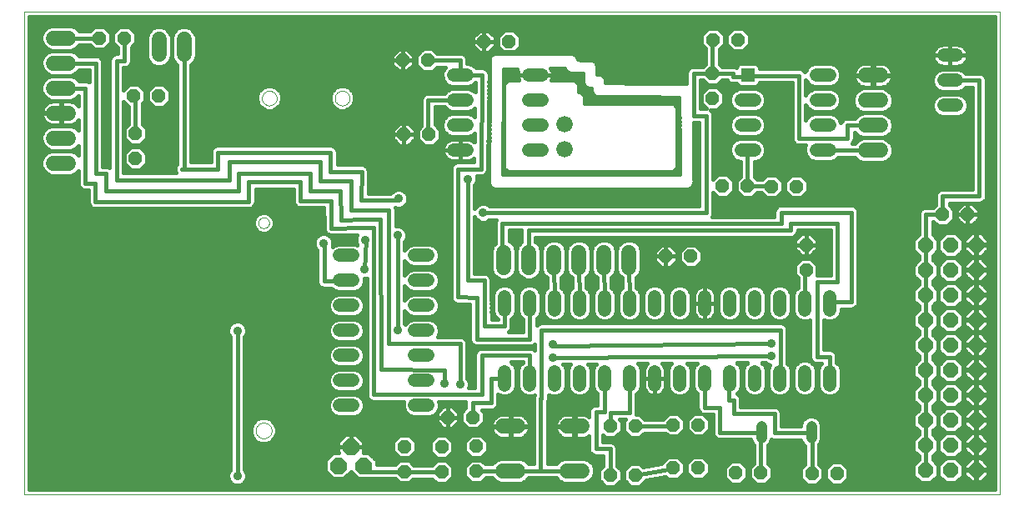
<source format=gbl>
G75*
%MOIN*%
%OFA0B0*%
%FSLAX24Y24*%
%IPPOS*%
%LPD*%
%AMOC8*
5,1,8,0,0,1.08239X$1,22.5*
%
%ADD10C,0.0000*%
%ADD11OC8,0.0660*%
%ADD12C,0.0520*%
%ADD13OC8,0.0600*%
%ADD14R,0.0520X0.0520*%
%ADD15C,0.0600*%
%ADD16C,0.0440*%
%ADD17OC8,0.0520*%
%ADD18C,0.0660*%
%ADD19C,0.0160*%
%ADD20C,0.0356*%
D10*
X000180Y000550D02*
X000180Y019841D01*
X039156Y019841D01*
X039156Y000550D01*
X000180Y000550D01*
X009432Y003085D02*
X009434Y003120D01*
X009440Y003155D01*
X009450Y003189D01*
X009463Y003222D01*
X009480Y003253D01*
X009501Y003281D01*
X009524Y003308D01*
X009551Y003331D01*
X009579Y003352D01*
X009610Y003369D01*
X009643Y003382D01*
X009677Y003392D01*
X009712Y003398D01*
X009747Y003400D01*
X009782Y003398D01*
X009817Y003392D01*
X009851Y003382D01*
X009884Y003369D01*
X009915Y003352D01*
X009943Y003331D01*
X009970Y003308D01*
X009993Y003281D01*
X010014Y003253D01*
X010031Y003222D01*
X010044Y003189D01*
X010054Y003155D01*
X010060Y003120D01*
X010062Y003085D01*
X010060Y003050D01*
X010054Y003015D01*
X010044Y002981D01*
X010031Y002948D01*
X010014Y002917D01*
X009993Y002889D01*
X009970Y002862D01*
X009943Y002839D01*
X009915Y002818D01*
X009884Y002801D01*
X009851Y002788D01*
X009817Y002778D01*
X009782Y002772D01*
X009747Y002770D01*
X009712Y002772D01*
X009677Y002778D01*
X009643Y002788D01*
X009610Y002801D01*
X009579Y002818D01*
X009551Y002839D01*
X009524Y002862D01*
X009501Y002889D01*
X009480Y002917D01*
X009463Y002948D01*
X009450Y002981D01*
X009440Y003015D01*
X009434Y003050D01*
X009432Y003085D01*
X009530Y011392D02*
X009532Y011421D01*
X009538Y011449D01*
X009547Y011477D01*
X009560Y011503D01*
X009577Y011526D01*
X009596Y011548D01*
X009618Y011567D01*
X009643Y011582D01*
X009669Y011595D01*
X009697Y011603D01*
X009725Y011608D01*
X009754Y011609D01*
X009783Y011606D01*
X009811Y011599D01*
X009838Y011589D01*
X009864Y011575D01*
X009887Y011558D01*
X009908Y011538D01*
X009926Y011515D01*
X009941Y011490D01*
X009952Y011463D01*
X009960Y011435D01*
X009964Y011406D01*
X009964Y011378D01*
X009960Y011349D01*
X009952Y011321D01*
X009941Y011294D01*
X009926Y011269D01*
X009908Y011246D01*
X009887Y011226D01*
X009864Y011209D01*
X009838Y011195D01*
X009811Y011185D01*
X009783Y011178D01*
X009754Y011175D01*
X009725Y011176D01*
X009697Y011181D01*
X009669Y011189D01*
X009643Y011202D01*
X009618Y011217D01*
X009596Y011236D01*
X009577Y011258D01*
X009560Y011281D01*
X009547Y011307D01*
X009538Y011335D01*
X009532Y011363D01*
X009530Y011392D01*
X009676Y016376D02*
X009678Y016410D01*
X009684Y016444D01*
X009694Y016477D01*
X009707Y016508D01*
X009725Y016538D01*
X009745Y016566D01*
X009769Y016591D01*
X009795Y016613D01*
X009823Y016631D01*
X009854Y016647D01*
X009886Y016659D01*
X009920Y016667D01*
X009954Y016671D01*
X009988Y016671D01*
X010022Y016667D01*
X010056Y016659D01*
X010088Y016647D01*
X010118Y016631D01*
X010147Y016613D01*
X010173Y016591D01*
X010197Y016566D01*
X010217Y016538D01*
X010235Y016508D01*
X010248Y016477D01*
X010258Y016444D01*
X010264Y016410D01*
X010266Y016376D01*
X010264Y016342D01*
X010258Y016308D01*
X010248Y016275D01*
X010235Y016244D01*
X010217Y016214D01*
X010197Y016186D01*
X010173Y016161D01*
X010147Y016139D01*
X010119Y016121D01*
X010088Y016105D01*
X010056Y016093D01*
X010022Y016085D01*
X009988Y016081D01*
X009954Y016081D01*
X009920Y016085D01*
X009886Y016093D01*
X009854Y016105D01*
X009823Y016121D01*
X009795Y016139D01*
X009769Y016161D01*
X009745Y016186D01*
X009725Y016214D01*
X009707Y016244D01*
X009694Y016275D01*
X009684Y016308D01*
X009678Y016342D01*
X009676Y016376D01*
X012590Y016376D02*
X012592Y016410D01*
X012598Y016444D01*
X012608Y016477D01*
X012621Y016508D01*
X012639Y016538D01*
X012659Y016566D01*
X012683Y016591D01*
X012709Y016613D01*
X012737Y016631D01*
X012768Y016647D01*
X012800Y016659D01*
X012834Y016667D01*
X012868Y016671D01*
X012902Y016671D01*
X012936Y016667D01*
X012970Y016659D01*
X013002Y016647D01*
X013032Y016631D01*
X013061Y016613D01*
X013087Y016591D01*
X013111Y016566D01*
X013131Y016538D01*
X013149Y016508D01*
X013162Y016477D01*
X013172Y016444D01*
X013178Y016410D01*
X013180Y016376D01*
X013178Y016342D01*
X013172Y016308D01*
X013162Y016275D01*
X013149Y016244D01*
X013131Y016214D01*
X013111Y016186D01*
X013087Y016161D01*
X013061Y016139D01*
X013033Y016121D01*
X013002Y016105D01*
X012970Y016093D01*
X012936Y016085D01*
X012902Y016081D01*
X012868Y016081D01*
X012834Y016085D01*
X012800Y016093D01*
X012768Y016105D01*
X012737Y016121D01*
X012709Y016139D01*
X012683Y016161D01*
X012659Y016186D01*
X012639Y016214D01*
X012621Y016244D01*
X012608Y016275D01*
X012598Y016308D01*
X012592Y016342D01*
X012590Y016376D01*
D11*
X013231Y002433D03*
X012731Y001683D03*
X013731Y001683D03*
D12*
X013306Y004085D02*
X012786Y004085D01*
X012786Y005085D02*
X013306Y005085D01*
X013306Y006085D02*
X012786Y006085D01*
X012786Y007085D02*
X013306Y007085D01*
X013306Y008085D02*
X012786Y008085D01*
X012786Y009085D02*
X013306Y009085D01*
X013306Y010085D02*
X012786Y010085D01*
X015786Y010085D02*
X016306Y010085D01*
X016306Y009085D02*
X015786Y009085D01*
X015786Y008085D02*
X016306Y008085D01*
X016306Y007085D02*
X015786Y007085D01*
X015786Y006085D02*
X016306Y006085D01*
X016306Y005085D02*
X015786Y005085D01*
X015786Y004085D02*
X016306Y004085D01*
X019369Y004916D02*
X019369Y005436D01*
X020369Y005436D02*
X020369Y004916D01*
X021369Y004916D02*
X021369Y005436D01*
X022369Y005436D02*
X022369Y004916D01*
X023369Y004916D02*
X023369Y005436D01*
X024369Y005436D02*
X024369Y004916D01*
X025369Y004916D02*
X025369Y005436D01*
X026369Y005436D02*
X026369Y004916D01*
X027369Y004916D02*
X027369Y005436D01*
X028369Y005436D02*
X028369Y004916D01*
X029369Y004916D02*
X029369Y005436D01*
X030369Y005436D02*
X030369Y004916D01*
X031369Y004916D02*
X031369Y005436D01*
X032369Y005436D02*
X032369Y004916D01*
X032369Y007916D02*
X032369Y008436D01*
X031369Y008436D02*
X031369Y007916D01*
X030369Y007916D02*
X030369Y008436D01*
X029369Y008436D02*
X029369Y007916D01*
X028369Y007916D02*
X028369Y008436D01*
X027369Y008436D02*
X027369Y007916D01*
X026369Y007916D02*
X026369Y008436D01*
X025369Y008436D02*
X025369Y007916D01*
X024369Y007916D02*
X024369Y008436D01*
X023369Y008436D02*
X023369Y007916D01*
X022369Y007916D02*
X022369Y008436D01*
X021369Y008436D02*
X021369Y007916D01*
X020369Y007916D02*
X020369Y008436D01*
X019369Y008436D02*
X019369Y007916D01*
X020341Y014306D02*
X020861Y014306D01*
X020861Y015306D02*
X020341Y015306D01*
X020341Y016306D02*
X020861Y016306D01*
X020861Y017306D02*
X020341Y017306D01*
X017861Y017306D02*
X017341Y017306D01*
X017341Y016306D02*
X017861Y016306D01*
X017861Y015306D02*
X017341Y015306D01*
X017341Y014306D02*
X017861Y014306D01*
X028837Y014306D02*
X029357Y014306D01*
X029357Y015306D02*
X028837Y015306D01*
X028837Y016306D02*
X029357Y016306D01*
X031837Y016306D02*
X032357Y016306D01*
X032357Y017306D02*
X031837Y017306D01*
X031837Y015306D02*
X032357Y015306D01*
X032357Y014306D02*
X031837Y014306D01*
X036928Y016085D02*
X037448Y016085D01*
X037448Y017085D02*
X036928Y017085D01*
X036928Y018085D02*
X037448Y018085D01*
D13*
X037211Y010491D03*
X036211Y010491D03*
X036211Y009491D03*
X037211Y009491D03*
X038231Y009510D03*
X038231Y008510D03*
X037211Y008491D03*
X036211Y008491D03*
X036211Y007491D03*
X037211Y007491D03*
X038231Y007510D03*
X038231Y006510D03*
X037211Y006491D03*
X036211Y006491D03*
X036211Y005491D03*
X037211Y005491D03*
X038231Y005510D03*
X038231Y004510D03*
X037211Y004491D03*
X036211Y004491D03*
X036211Y003491D03*
X037211Y003491D03*
X038231Y003510D03*
X038231Y002510D03*
X037211Y002491D03*
X036211Y002491D03*
X036211Y001491D03*
X037211Y001491D03*
X038231Y001510D03*
X038231Y010510D03*
D14*
X029097Y017306D03*
D15*
X033805Y017286D02*
X034405Y017286D01*
X034405Y016286D02*
X033805Y016286D01*
X033805Y015286D02*
X034405Y015286D01*
X034405Y014286D02*
X033805Y014286D01*
X024341Y010212D02*
X024341Y009612D01*
X023341Y009612D02*
X023341Y010212D01*
X022341Y010212D02*
X022341Y009612D01*
X021341Y009612D02*
X021341Y010212D01*
X020341Y010212D02*
X020341Y009612D01*
X019341Y009612D02*
X019341Y010212D01*
X019309Y003251D02*
X019909Y003251D01*
X021869Y003251D02*
X022469Y003251D01*
X022469Y001471D02*
X021869Y001471D01*
X019909Y001471D02*
X019309Y001471D01*
X001952Y013782D02*
X001352Y013782D01*
X001352Y014782D02*
X001952Y014782D01*
X001952Y015782D02*
X001352Y015782D01*
X001352Y016782D02*
X001952Y016782D01*
X001952Y017782D02*
X001352Y017782D01*
X001352Y018782D02*
X001952Y018782D01*
X005558Y018731D02*
X005558Y018131D01*
X006558Y018131D02*
X006558Y018731D01*
D16*
X029627Y003254D02*
X029627Y002814D01*
X031627Y002814D02*
X031627Y003254D01*
D17*
X031656Y001365D03*
X032656Y001365D03*
X029617Y001400D03*
X028617Y001400D03*
X027109Y001585D03*
X026109Y001585D03*
X024597Y001302D03*
X023597Y001302D03*
X023597Y003262D03*
X024597Y003262D03*
X026117Y003317D03*
X027117Y003317D03*
X018239Y002451D03*
X016857Y002428D03*
X015365Y002447D03*
X015365Y001447D03*
X016857Y001428D03*
X018239Y001451D03*
X018101Y003617D03*
X017101Y003617D03*
X025822Y010057D03*
X026822Y010057D03*
X031428Y010514D03*
X031428Y009514D03*
X036885Y011727D03*
X037885Y011727D03*
X031034Y012845D03*
X030034Y012845D03*
X029086Y012869D03*
X028086Y012869D03*
X027688Y016369D03*
X027688Y017369D03*
X027708Y018715D03*
X028708Y018715D03*
X019554Y018640D03*
X018554Y018640D03*
X016306Y017892D03*
X015306Y017892D03*
X015349Y014924D03*
X016349Y014924D03*
X005554Y016475D03*
X004554Y016475D03*
X004617Y014967D03*
X004617Y013967D03*
X004176Y018778D03*
X003176Y018778D03*
D18*
X021771Y015333D03*
X021771Y014333D03*
D19*
X023395Y013326D02*
X019312Y013326D01*
X019340Y017549D01*
X019856Y017541D01*
X019895Y017446D01*
X019917Y017424D01*
X019912Y017409D01*
X019901Y017340D01*
X019901Y017306D01*
X020601Y017306D01*
X020601Y017306D01*
X019901Y017306D01*
X019901Y017271D01*
X019912Y017202D01*
X019933Y017137D01*
X019950Y017105D01*
X019605Y017105D01*
X019586Y017097D01*
X019565Y017097D01*
X019462Y017055D01*
X019384Y016976D01*
X019341Y016873D01*
X019341Y013644D01*
X019384Y013541D01*
X019462Y013462D01*
X019565Y013419D01*
X026031Y013419D01*
X026134Y013462D01*
X026165Y013493D01*
X026244Y013572D01*
X026287Y013675D01*
X026287Y015944D01*
X026244Y016047D01*
X026165Y016126D01*
X026062Y016168D01*
X022570Y016168D01*
X022570Y016416D01*
X022528Y016519D01*
X022449Y016598D01*
X022346Y016641D01*
X022334Y016641D01*
X022334Y016881D01*
X022291Y016984D01*
X022213Y017063D01*
X022110Y017105D01*
X021253Y017105D01*
X021269Y017137D01*
X021290Y017202D01*
X021301Y017271D01*
X021301Y017306D01*
X021301Y017340D01*
X021290Y017409D01*
X021269Y017474D01*
X021238Y017536D01*
X021203Y017584D01*
X021768Y017579D01*
X021768Y017578D01*
X021774Y017565D01*
X021776Y017551D01*
X021797Y017515D01*
X021815Y017477D01*
X021825Y017467D01*
X021833Y017455D01*
X021861Y017433D01*
X021893Y017401D01*
X021894Y017400D01*
X021895Y017399D01*
X021919Y017389D01*
X021921Y017387D01*
X021927Y017386D01*
X021945Y017378D01*
X021995Y017357D01*
X021997Y017357D01*
X021998Y017356D01*
X022052Y017356D01*
X022510Y017351D01*
X022510Y017340D01*
X022506Y017051D01*
X022505Y016996D01*
X022506Y016995D01*
X022506Y016994D01*
X022526Y016943D01*
X022545Y016892D01*
X022546Y016892D01*
X022547Y016890D01*
X022585Y016851D01*
X022622Y016812D01*
X022624Y016811D01*
X022625Y016810D01*
X022674Y016789D01*
X022724Y016767D01*
X022726Y016767D01*
X022727Y016766D01*
X022781Y016766D01*
X022853Y016764D01*
X022853Y016644D01*
X022895Y016541D01*
X022974Y016462D01*
X023077Y016419D01*
X024892Y016419D01*
X026345Y016413D01*
X026382Y013988D01*
X026386Y013347D01*
X023395Y013326D01*
X026219Y013547D02*
X026385Y013547D01*
X026384Y013705D02*
X026287Y013705D01*
X026287Y013864D02*
X026383Y013864D01*
X026382Y014022D02*
X026287Y014022D01*
X026287Y014181D02*
X026379Y014181D01*
X026377Y014339D02*
X026287Y014339D01*
X026287Y014498D02*
X026374Y014498D01*
X026372Y014656D02*
X026287Y014656D01*
X026287Y014815D02*
X026370Y014815D01*
X026367Y014973D02*
X026287Y014973D01*
X026287Y015132D02*
X026365Y015132D01*
X026362Y015290D02*
X026287Y015290D01*
X026287Y015449D02*
X026360Y015449D01*
X026357Y015607D02*
X026287Y015607D01*
X026287Y015766D02*
X026355Y015766D01*
X026353Y015924D02*
X026287Y015924D01*
X026350Y016083D02*
X026208Y016083D01*
X026348Y016241D02*
X022570Y016241D01*
X022570Y016400D02*
X026345Y016400D01*
X026619Y016979D02*
X024893Y016979D01*
X023413Y016986D01*
X023413Y017035D01*
X023414Y017087D01*
X023413Y017090D01*
X023413Y017093D01*
X023405Y017112D01*
X023405Y017125D01*
X023362Y017228D01*
X023283Y017307D01*
X023181Y017349D01*
X023070Y017349D01*
X023073Y017579D01*
X023074Y017581D01*
X023074Y017634D01*
X023075Y017688D01*
X023074Y017690D01*
X023074Y017692D01*
X023054Y017742D01*
X023034Y017792D01*
X023032Y017793D01*
X023032Y017795D01*
X022993Y017833D01*
X022956Y017871D01*
X022954Y017872D01*
X022953Y017874D01*
X022903Y017894D01*
X022854Y017915D01*
X022852Y017915D01*
X022850Y017916D01*
X022796Y017916D01*
X022742Y017917D01*
X022740Y017916D01*
X022425Y017916D01*
X022316Y017923D01*
X022295Y017968D01*
X022277Y018013D01*
X022272Y018018D01*
X022270Y018024D01*
X022262Y018031D01*
X022252Y018055D01*
X022173Y018133D01*
X022070Y018176D01*
X018990Y018176D01*
X018888Y018133D01*
X018809Y018055D01*
X018766Y017952D01*
X018766Y017902D01*
X018763Y017892D01*
X018766Y017847D01*
X018766Y017801D01*
X018770Y017792D01*
X018771Y017781D01*
X018781Y017760D01*
X018743Y013070D01*
X018742Y013068D01*
X018743Y013014D01*
X018742Y012961D01*
X018743Y012959D01*
X018743Y012956D01*
X018764Y012907D01*
X018784Y012858D01*
X018785Y012856D01*
X018786Y012854D01*
X018824Y012816D01*
X018862Y012778D01*
X018864Y012777D01*
X018866Y012776D01*
X018877Y012771D01*
X018878Y012770D01*
X018879Y012770D01*
X018880Y012769D01*
X018930Y012748D01*
X018980Y012727D01*
X018981Y012727D01*
X018983Y012726D01*
X019037Y012726D01*
X019092Y012726D01*
X019093Y012726D01*
X026700Y012726D01*
X026803Y012769D01*
X026882Y012848D01*
X026893Y012875D01*
X026906Y012887D01*
X026906Y012888D01*
X026907Y012889D01*
X026927Y012939D01*
X026948Y012990D01*
X026948Y012991D01*
X026949Y012992D01*
X026949Y012996D01*
X026956Y013016D01*
X026956Y013017D01*
X026957Y013018D01*
X026956Y013072D01*
X026956Y013127D01*
X026955Y013128D01*
X026942Y013994D01*
X026933Y015403D01*
X027152Y015403D01*
X027152Y012074D01*
X018773Y012074D01*
X018733Y012114D01*
X018594Y012172D01*
X018443Y012172D01*
X018304Y012114D01*
X018198Y012008D01*
X018177Y011956D01*
X018177Y012893D01*
X018217Y012934D01*
X018275Y013073D01*
X018275Y013223D01*
X018259Y013262D01*
X018422Y013262D01*
X018476Y013261D01*
X018478Y013262D01*
X018480Y013262D01*
X018529Y013282D01*
X018579Y013302D01*
X018581Y013304D01*
X018583Y013304D01*
X018621Y013342D01*
X018659Y013380D01*
X018660Y013382D01*
X018661Y013383D01*
X018682Y013433D01*
X018703Y013482D01*
X018703Y013484D01*
X018704Y013486D01*
X018704Y013540D01*
X018758Y017248D01*
X018759Y017250D01*
X018759Y017304D01*
X018760Y017357D01*
X018759Y017359D01*
X018759Y017361D01*
X018739Y017411D01*
X018719Y017461D01*
X018717Y017462D01*
X018717Y017464D01*
X018679Y017502D01*
X018641Y017541D01*
X018639Y017541D01*
X018638Y017543D01*
X018588Y017563D01*
X018539Y017585D01*
X018537Y017585D01*
X018535Y017586D01*
X018481Y017586D01*
X018428Y017586D01*
X018426Y017586D01*
X018232Y017586D01*
X018122Y017695D01*
X017953Y017766D01*
X017881Y017766D01*
X017881Y017948D01*
X017839Y018051D01*
X017760Y018129D01*
X017657Y018172D01*
X016677Y018172D01*
X016497Y018352D01*
X016115Y018352D01*
X015846Y018083D01*
X015846Y017702D01*
X016115Y017432D01*
X016497Y017432D01*
X016677Y017612D01*
X016997Y017612D01*
X016951Y017566D01*
X016881Y017397D01*
X016881Y017214D01*
X016951Y017045D01*
X017081Y016916D01*
X017250Y016846D01*
X017953Y016846D01*
X018122Y016916D01*
X018195Y016988D01*
X018189Y016628D01*
X018122Y016695D01*
X017953Y016766D01*
X017250Y016766D01*
X017081Y016695D01*
X016963Y016578D01*
X016266Y016578D01*
X016163Y016535D01*
X016084Y016456D01*
X016042Y016353D01*
X016042Y015267D01*
X015889Y015114D01*
X015889Y014733D01*
X016159Y014464D01*
X016540Y014464D01*
X016809Y014733D01*
X016809Y015114D01*
X016602Y015322D01*
X016602Y016018D01*
X016979Y016018D01*
X017081Y015916D01*
X017250Y015846D01*
X017953Y015846D01*
X018122Y015916D01*
X018180Y015973D01*
X018175Y015642D01*
X018122Y015695D01*
X017953Y015766D01*
X017250Y015766D01*
X017081Y015695D01*
X016951Y015566D01*
X016881Y015397D01*
X016881Y015214D01*
X016951Y015045D01*
X017081Y014916D01*
X017250Y014846D01*
X017953Y014846D01*
X018122Y014916D01*
X018165Y014959D01*
X018160Y014629D01*
X018148Y014641D01*
X018092Y014682D01*
X018030Y014713D01*
X017964Y014735D01*
X017896Y014746D01*
X017601Y014746D01*
X017307Y014746D01*
X017238Y014735D01*
X017172Y014713D01*
X017111Y014682D01*
X017055Y014641D01*
X017006Y014592D01*
X016965Y014536D01*
X016933Y014474D01*
X016912Y014409D01*
X016901Y014340D01*
X016901Y014306D01*
X017601Y014306D01*
X017601Y014746D01*
X017601Y014306D01*
X017601Y014306D01*
X017601Y014306D01*
X016901Y014306D01*
X016901Y014271D01*
X016912Y014202D01*
X016933Y014137D01*
X016965Y014075D01*
X017006Y014019D01*
X017055Y013970D01*
X017111Y013929D01*
X017172Y013898D01*
X017238Y013876D01*
X017307Y013866D01*
X017601Y013866D01*
X017601Y014305D01*
X017601Y014305D01*
X017601Y013866D01*
X017896Y013866D01*
X017964Y013876D01*
X018030Y013898D01*
X018092Y013929D01*
X018148Y013970D01*
X018150Y013972D01*
X018148Y013822D01*
X017447Y013822D01*
X017344Y013779D01*
X017265Y013700D01*
X017223Y013597D01*
X017223Y008425D01*
X017222Y008371D01*
X017223Y008369D01*
X017223Y008368D01*
X017244Y008318D01*
X017264Y008267D01*
X017265Y008266D01*
X017265Y008265D01*
X017304Y008227D01*
X017342Y008188D01*
X017343Y008187D01*
X017344Y008186D01*
X017394Y008165D01*
X017444Y008144D01*
X017446Y008144D01*
X017447Y008144D01*
X017501Y008144D01*
X017985Y008139D01*
X017979Y006803D01*
X017979Y006802D01*
X017979Y006747D01*
X017978Y006692D01*
X017979Y006691D01*
X018000Y006640D01*
X018021Y006589D01*
X018021Y006588D01*
X018060Y006549D01*
X018099Y006510D01*
X018100Y006510D01*
X018100Y006509D01*
X018151Y006488D01*
X018202Y006467D01*
X018202Y006467D01*
X018203Y006466D01*
X018258Y006466D01*
X018313Y006466D01*
X018314Y006466D01*
X020433Y006466D01*
X020535Y006509D01*
X020569Y006543D01*
X020569Y006296D01*
X020528Y006338D01*
X020425Y006381D01*
X018408Y006381D01*
X018305Y006338D01*
X018226Y006259D01*
X018183Y006156D01*
X018183Y004806D01*
X017952Y004806D01*
X017968Y004844D01*
X017968Y004995D01*
X017910Y005134D01*
X017869Y005174D01*
X017869Y006621D01*
X017827Y006724D01*
X017748Y006803D01*
X017645Y006845D01*
X016705Y006845D01*
X016766Y006994D01*
X016766Y007177D01*
X016696Y007346D01*
X016567Y007475D01*
X016398Y007545D01*
X015695Y007545D01*
X015526Y007475D01*
X015398Y007347D01*
X015381Y007363D01*
X015381Y007860D01*
X015396Y007824D01*
X015526Y007695D01*
X015695Y007625D01*
X016398Y007625D01*
X016567Y007695D01*
X016696Y007824D01*
X016766Y007994D01*
X016766Y008177D01*
X016696Y008346D01*
X016567Y008475D01*
X016398Y008545D01*
X015695Y008545D01*
X015526Y008475D01*
X015396Y008346D01*
X015381Y008310D01*
X015381Y008860D01*
X015396Y008824D01*
X015526Y008695D01*
X015695Y008625D01*
X016398Y008625D01*
X016567Y008695D01*
X016696Y008824D01*
X016766Y008994D01*
X016766Y009177D01*
X016696Y009346D01*
X016567Y009475D01*
X016398Y009545D01*
X015695Y009545D01*
X015526Y009475D01*
X015396Y009346D01*
X015381Y009310D01*
X015381Y009860D01*
X015396Y009824D01*
X015526Y009695D01*
X015695Y009625D01*
X016398Y009625D01*
X016567Y009695D01*
X016696Y009824D01*
X016766Y009994D01*
X016766Y010177D01*
X016696Y010346D01*
X016567Y010475D01*
X016398Y010545D01*
X015695Y010545D01*
X015526Y010475D01*
X015396Y010346D01*
X015381Y010310D01*
X015381Y010633D01*
X015422Y010674D01*
X015479Y010813D01*
X015479Y010963D01*
X015422Y011102D01*
X015315Y011209D01*
X015176Y011266D01*
X015027Y011266D01*
X015027Y011952D01*
X015004Y012008D01*
X015065Y011983D01*
X015216Y011983D01*
X015355Y012040D01*
X015461Y012146D01*
X015519Y012285D01*
X015519Y012436D01*
X015461Y012575D01*
X015355Y012681D01*
X015216Y012739D01*
X015065Y012739D01*
X014926Y012681D01*
X014820Y012575D01*
X014818Y012570D01*
X013928Y012570D01*
X013940Y013390D01*
X013940Y013392D01*
X013940Y013445D01*
X013941Y013499D01*
X013940Y013501D01*
X013940Y013503D01*
X013920Y013553D01*
X013900Y013603D01*
X013898Y013604D01*
X013898Y013606D01*
X013860Y013644D01*
X013822Y013682D01*
X013820Y013683D01*
X013819Y013685D01*
X013769Y013705D01*
X013720Y013726D01*
X013718Y013726D01*
X013716Y013727D01*
X013662Y013727D01*
X013608Y013728D01*
X013607Y013727D01*
X012696Y013727D01*
X012696Y014267D01*
X012654Y014370D01*
X012575Y014448D01*
X012472Y014491D01*
X007849Y014491D01*
X007746Y014448D01*
X007667Y014370D01*
X007624Y014267D01*
X007624Y013822D01*
X006838Y013822D01*
X006838Y017706D01*
X006841Y017708D01*
X006982Y017848D01*
X007058Y018032D01*
X007058Y018831D01*
X006982Y019015D01*
X006841Y019155D01*
X006657Y019231D01*
X006458Y019231D01*
X006275Y019155D01*
X006134Y019015D01*
X006058Y018831D01*
X006058Y018032D01*
X006058Y018831D01*
X005982Y019015D01*
X005841Y019155D01*
X005657Y019231D01*
X005458Y019231D01*
X005275Y019155D01*
X005134Y019015D01*
X005058Y018831D01*
X005058Y018032D01*
X005134Y017848D01*
X005275Y017708D01*
X005458Y017631D01*
X005657Y017631D01*
X005841Y017708D01*
X005982Y017848D01*
X006058Y018032D01*
X006134Y017848D01*
X006275Y017708D01*
X006278Y017706D01*
X006278Y013736D01*
X006242Y013700D01*
X006199Y013597D01*
X006199Y013486D01*
X006240Y013389D01*
X004145Y013389D01*
X004145Y016233D01*
X004337Y016041D01*
X004337Y015337D01*
X004157Y015157D01*
X004157Y014776D01*
X004426Y014507D01*
X004808Y014507D01*
X005077Y014776D01*
X005077Y015157D01*
X004897Y015337D01*
X004897Y016167D01*
X005014Y016284D01*
X005014Y016665D01*
X004745Y016935D01*
X004363Y016935D01*
X004145Y016716D01*
X004145Y017592D01*
X004232Y017592D01*
X004335Y017635D01*
X004413Y017714D01*
X004456Y017817D01*
X004456Y018407D01*
X004636Y018587D01*
X004636Y018968D01*
X004367Y019238D01*
X003986Y019238D01*
X003716Y018968D01*
X003716Y018587D01*
X003896Y018407D01*
X003896Y018152D01*
X003809Y018152D01*
X003706Y018110D01*
X003628Y018031D01*
X003585Y017928D01*
X003585Y013608D01*
X003488Y013649D01*
X003318Y013649D01*
X003318Y017838D01*
X003276Y017940D01*
X003197Y018019D01*
X003094Y018062D01*
X002378Y018062D01*
X002376Y018065D01*
X002236Y018206D01*
X002052Y018282D01*
X001253Y018282D01*
X001069Y018358D01*
X000929Y018499D01*
X000852Y018682D01*
X000852Y018881D01*
X000929Y019065D01*
X001069Y019206D01*
X001253Y019282D01*
X002052Y019282D01*
X002236Y019206D01*
X002376Y019065D01*
X002378Y019062D01*
X002809Y019062D01*
X002986Y019238D01*
X003367Y019238D01*
X003636Y018968D01*
X003636Y018587D01*
X003367Y018318D01*
X002986Y018318D01*
X002802Y018502D01*
X002378Y018502D01*
X002376Y018499D01*
X002236Y018358D01*
X002052Y018282D01*
X001253Y018282D01*
X001069Y018206D01*
X000929Y018065D01*
X000852Y017881D01*
X000852Y017682D01*
X000929Y017499D01*
X001069Y017358D01*
X001253Y017282D01*
X002052Y017282D01*
X001253Y017282D01*
X001069Y017206D01*
X000929Y017065D01*
X000852Y016881D01*
X000852Y016682D01*
X000929Y016499D01*
X001069Y016358D01*
X001253Y016282D01*
X002052Y016282D01*
X002236Y016358D01*
X002341Y016463D01*
X002341Y016064D01*
X002319Y016095D01*
X002265Y016148D01*
X002204Y016192D01*
X002137Y016227D01*
X002065Y016250D01*
X001990Y016262D01*
X001672Y016262D01*
X001672Y015802D01*
X001632Y015802D01*
X001632Y015762D01*
X000872Y015762D01*
X000872Y015744D01*
X000884Y015669D01*
X000908Y015598D01*
X000942Y015530D01*
X000986Y015469D01*
X001040Y015416D01*
X001101Y015371D01*
X001168Y015337D01*
X001240Y015314D01*
X001315Y015302D01*
X001632Y015302D01*
X001632Y015762D01*
X001672Y015762D01*
X001672Y015302D01*
X001990Y015302D01*
X002065Y015314D01*
X002137Y015337D01*
X002204Y015371D01*
X002265Y015416D01*
X002319Y015469D01*
X002341Y015500D01*
X002341Y015100D01*
X002236Y015206D01*
X002052Y015282D01*
X001253Y015282D01*
X001069Y015206D01*
X000929Y015065D01*
X000852Y014881D01*
X000852Y014682D01*
X000929Y014499D01*
X001069Y014358D01*
X001253Y014282D01*
X002052Y014282D01*
X001253Y014282D01*
X001069Y014206D01*
X000929Y014065D01*
X000852Y013881D01*
X000852Y013682D01*
X000929Y013499D01*
X001069Y013358D01*
X001253Y013282D01*
X002052Y013282D01*
X002236Y013358D01*
X002341Y013463D01*
X002341Y012927D01*
X002384Y012824D01*
X002462Y012745D01*
X002565Y012703D01*
X002727Y012703D01*
X002727Y012195D01*
X002769Y012092D01*
X002848Y012013D01*
X002951Y011970D01*
X009204Y011970D01*
X009307Y012013D01*
X009386Y012092D01*
X009429Y012195D01*
X009429Y012750D01*
X010924Y012750D01*
X010924Y012226D01*
X010966Y012123D01*
X011045Y012045D01*
X011148Y012002D01*
X012154Y012002D01*
X012160Y011177D01*
X012160Y011122D01*
X012160Y011122D01*
X012160Y011122D01*
X012182Y011070D01*
X012203Y011019D01*
X012204Y011019D01*
X012243Y010980D01*
X012283Y010941D01*
X012335Y010920D01*
X012386Y010899D01*
X012386Y010899D01*
X012386Y010899D01*
X012443Y010900D01*
X013472Y010906D01*
X013424Y010790D01*
X013424Y010640D01*
X013477Y010512D01*
X013398Y010545D01*
X012695Y010545D01*
X012526Y010475D01*
X012492Y010442D01*
X012519Y010506D01*
X012519Y010656D01*
X012461Y010795D01*
X012355Y010902D01*
X012216Y010959D01*
X012065Y010959D01*
X011926Y010902D01*
X011820Y010795D01*
X011763Y010656D01*
X011763Y010506D01*
X011820Y010367D01*
X011876Y010311D01*
X011876Y008998D01*
X011919Y008895D01*
X011998Y008816D01*
X012101Y008774D01*
X012447Y008774D01*
X012526Y008695D01*
X012695Y008625D01*
X013398Y008625D01*
X013567Y008695D01*
X013696Y008824D01*
X013766Y008994D01*
X013766Y009164D01*
X013862Y009164D01*
X013866Y009166D01*
X013861Y004582D01*
X013861Y004582D01*
X013861Y004526D01*
X013861Y004471D01*
X013861Y004470D01*
X013882Y004419D01*
X013903Y004368D01*
X013903Y004368D01*
X013903Y004367D01*
X013943Y004328D01*
X013982Y004289D01*
X013982Y004289D01*
X013982Y004289D01*
X014034Y004267D01*
X014085Y004246D01*
X014141Y004246D01*
X014196Y004246D01*
X014196Y004246D01*
X015355Y004246D01*
X015326Y004177D01*
X015326Y003994D01*
X015396Y003824D01*
X015526Y003695D01*
X015695Y003625D01*
X016398Y003625D01*
X016567Y003695D01*
X016661Y003790D01*
X016661Y003617D01*
X017101Y003617D01*
X017101Y004057D01*
X016919Y004057D01*
X016703Y003840D01*
X016766Y003994D01*
X016766Y004177D01*
X016737Y004246D01*
X017822Y004246D01*
X017821Y004243D01*
X017821Y003987D01*
X017641Y003807D01*
X017641Y003426D01*
X017911Y003157D01*
X018292Y003157D01*
X018561Y003426D01*
X018561Y003807D01*
X018461Y003907D01*
X018881Y003907D01*
X018984Y003950D01*
X019063Y004029D01*
X019106Y004132D01*
X019106Y004528D01*
X019108Y004526D01*
X019277Y004456D01*
X019460Y004456D01*
X019630Y004526D01*
X019759Y004655D01*
X019829Y004824D01*
X019829Y005527D01*
X019759Y005696D01*
X019634Y005821D01*
X020089Y005821D01*
X020089Y005806D01*
X019979Y005696D01*
X019909Y005527D01*
X019909Y004824D01*
X019979Y004655D01*
X020108Y004526D01*
X020277Y004456D01*
X020460Y004456D01*
X020562Y004497D01*
X020538Y004440D01*
X020538Y001751D01*
X020334Y001751D01*
X020333Y001754D01*
X020192Y001895D01*
X020008Y001971D01*
X019209Y001971D01*
X019025Y001895D01*
X018885Y001754D01*
X018883Y001751D01*
X018590Y001751D01*
X018430Y001911D01*
X018049Y001911D01*
X017779Y001642D01*
X017779Y001261D01*
X018049Y000991D01*
X018430Y000991D01*
X018629Y001191D01*
X018883Y001191D01*
X018885Y001187D01*
X019025Y001047D01*
X019209Y000971D01*
X020008Y000971D01*
X020192Y001047D01*
X020333Y001187D01*
X020334Y001191D01*
X021443Y001191D01*
X021445Y001187D01*
X021585Y001047D01*
X021769Y000971D01*
X022568Y000971D01*
X022752Y001047D01*
X022893Y001187D01*
X022969Y001371D01*
X022969Y001570D01*
X022893Y001754D01*
X022752Y001895D01*
X022568Y001971D01*
X021769Y001971D01*
X021585Y001895D01*
X021445Y001754D01*
X021443Y001751D01*
X021098Y001751D01*
X021098Y004253D01*
X021129Y004329D01*
X021129Y004517D01*
X021277Y004456D01*
X021460Y004456D01*
X021630Y004526D01*
X021759Y004655D01*
X021829Y004824D01*
X021829Y005527D01*
X021759Y005696D01*
X021718Y005737D01*
X022022Y005739D01*
X021979Y005696D01*
X021909Y005527D01*
X021909Y004824D01*
X021979Y004655D01*
X022108Y004526D01*
X022277Y004456D01*
X022460Y004456D01*
X022630Y004526D01*
X022759Y004655D01*
X022829Y004824D01*
X022829Y005527D01*
X022759Y005696D01*
X022711Y005744D01*
X023029Y005746D01*
X022979Y005696D01*
X022909Y005527D01*
X022909Y004824D01*
X022979Y004655D01*
X023081Y004553D01*
X023081Y004105D01*
X022967Y004105D01*
X022864Y004063D01*
X022785Y003984D01*
X022743Y003881D01*
X022743Y003645D01*
X022720Y003661D01*
X022653Y003695D01*
X022581Y003719D01*
X022506Y003731D01*
X022189Y003731D01*
X022189Y003271D01*
X022149Y003271D01*
X022149Y003731D01*
X021831Y003731D01*
X021756Y003719D01*
X021684Y003695D01*
X021617Y003661D01*
X021556Y003617D01*
X021503Y003563D01*
X021458Y003502D01*
X021424Y003435D01*
X021400Y003363D01*
X021389Y003288D01*
X021389Y003271D01*
X022149Y003271D01*
X022149Y003231D01*
X021389Y003231D01*
X021389Y003213D01*
X021400Y003138D01*
X021424Y003066D01*
X021458Y002999D01*
X021503Y002938D01*
X021556Y002885D01*
X021617Y002840D01*
X021684Y002806D01*
X021756Y002782D01*
X021831Y002771D01*
X022149Y002771D01*
X022149Y003231D01*
X022189Y003231D01*
X022189Y002771D01*
X022506Y002771D01*
X022581Y002782D01*
X022653Y002806D01*
X022720Y002840D01*
X022743Y002856D01*
X022743Y002305D01*
X022785Y002202D01*
X022864Y002123D01*
X022967Y002081D01*
X023312Y002081D01*
X023315Y001669D01*
X023137Y001492D01*
X023137Y001111D01*
X023407Y000842D01*
X023788Y000842D01*
X024057Y001111D01*
X024057Y001492D01*
X023875Y001675D01*
X023869Y002362D01*
X023869Y002416D01*
X023869Y002417D01*
X023869Y002418D01*
X023848Y002469D01*
X023827Y002519D01*
X023826Y002520D01*
X023826Y002521D01*
X023787Y002559D01*
X023748Y002598D01*
X023747Y002598D01*
X023746Y002599D01*
X023696Y002620D01*
X023645Y002641D01*
X023644Y002641D01*
X023643Y002641D01*
X023588Y002641D01*
X023303Y002641D01*
X023303Y002906D01*
X023407Y002802D01*
X023788Y002802D01*
X024057Y003072D01*
X024057Y003453D01*
X023988Y003522D01*
X024206Y003522D01*
X024137Y003453D01*
X024137Y003072D01*
X024407Y002802D01*
X024788Y002802D01*
X024968Y002982D01*
X025802Y002982D01*
X025926Y002857D01*
X026308Y002857D01*
X026577Y003127D01*
X026577Y003508D01*
X026308Y003777D01*
X025926Y003777D01*
X025691Y003542D01*
X024968Y003542D01*
X024788Y003722D01*
X024631Y003722D01*
X024641Y003746D01*
X024641Y004537D01*
X024759Y004655D01*
X024829Y004824D01*
X024829Y005527D01*
X024759Y005696D01*
X024697Y005759D01*
X025072Y005761D01*
X025033Y005722D01*
X024993Y005666D01*
X024961Y005604D01*
X024940Y005539D01*
X024929Y005470D01*
X024929Y005176D01*
X025369Y005176D01*
X025809Y005176D01*
X025809Y005470D01*
X025798Y005539D01*
X025777Y005604D01*
X025745Y005666D01*
X025705Y005722D01*
X025661Y005765D01*
X026051Y005768D01*
X025979Y005696D01*
X025909Y005527D01*
X025909Y004824D01*
X025979Y004655D01*
X026108Y004526D01*
X026277Y004456D01*
X026460Y004456D01*
X026630Y004526D01*
X026759Y004655D01*
X026829Y004824D01*
X026829Y005527D01*
X026759Y005696D01*
X026682Y005773D01*
X027058Y005776D01*
X026979Y005696D01*
X026909Y005527D01*
X026909Y004824D01*
X026979Y004655D01*
X027081Y004553D01*
X027081Y003958D01*
X027124Y003856D01*
X027202Y003777D01*
X026926Y003777D01*
X026657Y003508D01*
X026657Y003127D01*
X026926Y002857D01*
X027308Y002857D01*
X027577Y003127D01*
X027577Y003508D01*
X027351Y003734D01*
X027695Y003734D01*
X027695Y002958D01*
X027738Y002856D01*
X027817Y002777D01*
X027920Y002734D01*
X029207Y002734D01*
X029207Y002730D01*
X029271Y002576D01*
X029337Y002510D01*
X029337Y001771D01*
X029157Y001591D01*
X029157Y001209D01*
X029426Y000940D01*
X029808Y000940D01*
X030077Y001209D01*
X030077Y001591D01*
X029897Y001771D01*
X029897Y002490D01*
X029983Y002576D01*
X030047Y002730D01*
X030047Y002733D01*
X030101Y002711D01*
X031215Y002711D01*
X031271Y002576D01*
X031376Y002470D01*
X031376Y001735D01*
X031196Y001555D01*
X031196Y001174D01*
X031466Y000905D01*
X031847Y000905D01*
X032116Y001174D01*
X032116Y001555D01*
X031936Y001735D01*
X031936Y002529D01*
X031983Y002576D01*
X032047Y002730D01*
X032047Y003337D01*
X031983Y003492D01*
X031865Y003610D01*
X031710Y003674D01*
X031543Y003674D01*
X031389Y003610D01*
X031271Y003492D01*
X031207Y003337D01*
X031207Y003271D01*
X030436Y003271D01*
X030436Y003818D01*
X030394Y003921D01*
X030315Y004000D01*
X030212Y004042D01*
X028822Y004042D01*
X028822Y004353D01*
X028780Y004456D01*
X028701Y004535D01*
X028657Y004553D01*
X028759Y004655D01*
X028829Y004824D01*
X028829Y005527D01*
X028759Y005696D01*
X028668Y005787D01*
X029073Y005790D01*
X028979Y005696D01*
X028909Y005527D01*
X028909Y004824D01*
X028979Y004655D01*
X029108Y004526D01*
X029277Y004456D01*
X029460Y004456D01*
X029630Y004526D01*
X029759Y004655D01*
X029829Y004824D01*
X029829Y005527D01*
X029759Y005696D01*
X029661Y005794D01*
X029801Y005795D01*
X029840Y005757D01*
X029979Y005699D01*
X029982Y005699D01*
X029979Y005696D01*
X029909Y005527D01*
X029909Y004824D01*
X029979Y004655D01*
X030108Y004526D01*
X030277Y004456D01*
X030460Y004456D01*
X030630Y004526D01*
X030759Y004655D01*
X030829Y004824D01*
X030829Y005527D01*
X030759Y005696D01*
X030680Y005775D01*
X030680Y007164D01*
X030638Y007267D01*
X030559Y007346D01*
X030456Y007389D01*
X020794Y007389D01*
X020691Y007346D01*
X020657Y007312D01*
X020657Y007553D01*
X020759Y007655D01*
X020829Y007824D01*
X020829Y008527D01*
X020759Y008696D01*
X020630Y008826D01*
X020460Y008896D01*
X020277Y008896D01*
X020108Y008826D01*
X019979Y008696D01*
X019909Y008527D01*
X019909Y007824D01*
X019979Y007655D01*
X020097Y007537D01*
X020097Y007026D01*
X019533Y007026D01*
X019606Y007100D01*
X019649Y007203D01*
X019649Y007545D01*
X019759Y007655D01*
X019829Y007824D01*
X019829Y008527D01*
X019759Y008696D01*
X019630Y008826D01*
X019460Y008896D01*
X019277Y008896D01*
X019108Y008826D01*
X018979Y008696D01*
X018909Y008527D01*
X018909Y007824D01*
X018979Y007655D01*
X019089Y007545D01*
X019089Y007538D01*
X018858Y007538D01*
X018838Y009103D01*
X018838Y009156D01*
X018837Y009158D01*
X018837Y009160D01*
X018816Y009210D01*
X018795Y009259D01*
X018794Y009261D01*
X018793Y009262D01*
X018755Y009300D01*
X018717Y009338D01*
X018715Y009339D01*
X018714Y009340D01*
X018663Y009360D01*
X018614Y009381D01*
X018612Y009381D01*
X018610Y009381D01*
X018556Y009381D01*
X018177Y009381D01*
X018177Y011631D01*
X018198Y011580D01*
X018304Y011473D01*
X018443Y011416D01*
X018594Y011416D01*
X018733Y011473D01*
X018773Y011514D01*
X019033Y011514D01*
X019024Y011492D01*
X019003Y011441D01*
X019003Y011440D01*
X019002Y011440D01*
X019002Y011385D01*
X019002Y011329D01*
X019002Y010580D01*
X018918Y010495D01*
X018841Y010311D01*
X018841Y009512D01*
X018918Y009329D01*
X019058Y009188D01*
X019242Y009112D01*
X019441Y009112D01*
X019625Y009188D01*
X019765Y009329D01*
X019841Y009512D01*
X019841Y010311D01*
X019765Y010495D01*
X019625Y010636D01*
X019562Y010661D01*
X019562Y011103D01*
X020050Y011102D01*
X020050Y010627D01*
X019918Y010495D01*
X019841Y010311D01*
X019841Y009512D01*
X019918Y009329D01*
X020058Y009188D01*
X020242Y009112D01*
X020441Y009112D01*
X020625Y009188D01*
X020765Y009329D01*
X020841Y009512D01*
X020841Y010311D01*
X020765Y010495D01*
X020625Y010636D01*
X020610Y010642D01*
X020610Y010805D01*
X030873Y010805D01*
X030976Y010848D01*
X031055Y010926D01*
X031098Y011029D01*
X031098Y011104D01*
X032404Y011104D01*
X032404Y009302D01*
X031866Y009302D01*
X031888Y009324D01*
X031888Y009705D01*
X031619Y009974D01*
X031237Y009974D01*
X030968Y009705D01*
X030968Y009324D01*
X031089Y009203D01*
X031089Y008806D01*
X030979Y008696D01*
X030909Y008527D01*
X030909Y007824D01*
X030979Y007655D01*
X031108Y007526D01*
X031277Y007456D01*
X031460Y007456D01*
X031577Y007504D01*
X031577Y005982D01*
X031620Y005879D01*
X031699Y005800D01*
X031801Y005758D01*
X032041Y005758D01*
X031979Y005696D01*
X031909Y005527D01*
X031909Y004824D01*
X031979Y004655D01*
X032108Y004526D01*
X032277Y004456D01*
X032460Y004456D01*
X032630Y004526D01*
X032759Y004655D01*
X032829Y004824D01*
X032829Y005527D01*
X032759Y005696D01*
X032649Y005806D01*
X032649Y006093D01*
X032606Y006196D01*
X032528Y006275D01*
X032425Y006318D01*
X032137Y006318D01*
X032137Y007514D01*
X032277Y007456D01*
X032460Y007456D01*
X032630Y007526D01*
X032759Y007655D01*
X032829Y007824D01*
X032829Y007947D01*
X033283Y007947D01*
X033386Y007989D01*
X033465Y008068D01*
X033507Y008171D01*
X033507Y011873D01*
X033465Y011976D01*
X033386Y012055D01*
X033283Y012097D01*
X030376Y012097D01*
X030273Y012055D01*
X030195Y011976D01*
X030152Y011873D01*
X030152Y011634D01*
X027672Y011641D01*
X027712Y011738D01*
X027712Y012592D01*
X027895Y012409D01*
X028276Y012409D01*
X028546Y012678D01*
X028546Y013059D01*
X028276Y013329D01*
X027895Y013329D01*
X027712Y013145D01*
X027712Y015739D01*
X027669Y015842D01*
X027603Y015909D01*
X027878Y015909D01*
X028148Y016178D01*
X028148Y016559D01*
X027878Y016829D01*
X027497Y016829D01*
X027228Y016559D01*
X027228Y016178D01*
X027442Y015963D01*
X027208Y015963D01*
X027208Y017089D01*
X027317Y017089D01*
X027497Y016909D01*
X027878Y016909D01*
X028058Y017089D01*
X028260Y017089D01*
X028265Y017076D01*
X028344Y016997D01*
X028447Y016955D01*
X028645Y016955D01*
X028754Y016846D01*
X029440Y016846D01*
X029557Y016963D01*
X029557Y017002D01*
X030861Y017002D01*
X030861Y014722D01*
X030903Y014619D01*
X030982Y014541D01*
X031085Y014498D01*
X031419Y014498D01*
X031377Y014397D01*
X031377Y014214D01*
X031447Y014045D01*
X031577Y013916D01*
X031746Y013846D01*
X032449Y013846D01*
X032618Y013916D01*
X032708Y014006D01*
X033380Y014006D01*
X033381Y014003D01*
X033522Y013862D01*
X033706Y013786D01*
X034505Y013786D01*
X034688Y013862D01*
X034829Y014003D01*
X034905Y014186D01*
X034905Y014385D01*
X034829Y014569D01*
X034688Y014710D01*
X034505Y014786D01*
X034688Y014862D01*
X034829Y015003D01*
X034905Y015186D01*
X034905Y015385D01*
X034829Y015569D01*
X034688Y015710D01*
X034505Y015786D01*
X034688Y015862D01*
X034829Y016003D01*
X034905Y016186D01*
X034905Y016385D01*
X034829Y016569D01*
X034688Y016710D01*
X034505Y016786D01*
X033706Y016786D01*
X033522Y016710D01*
X033381Y016569D01*
X033305Y016385D01*
X033305Y016186D01*
X033381Y016003D01*
X033522Y015862D01*
X033706Y015786D01*
X034505Y015786D01*
X033706Y015786D01*
X033522Y015710D01*
X033381Y015569D01*
X033380Y015566D01*
X033022Y015566D01*
X032919Y015523D01*
X032840Y015444D01*
X032817Y015389D01*
X032817Y015397D01*
X032747Y015566D01*
X032618Y015695D01*
X032449Y015766D01*
X031746Y015766D01*
X031577Y015695D01*
X031447Y015566D01*
X031421Y015502D01*
X031421Y016109D01*
X031447Y016045D01*
X031577Y015916D01*
X031746Y015846D01*
X032449Y015846D01*
X032618Y015916D01*
X032747Y016045D01*
X032817Y016214D01*
X032817Y016397D01*
X032747Y016566D01*
X032618Y016695D01*
X032449Y016766D01*
X031746Y016766D01*
X031577Y016695D01*
X031447Y016566D01*
X031421Y016502D01*
X031421Y017109D01*
X031447Y017045D01*
X031577Y016916D01*
X031746Y016846D01*
X032449Y016846D01*
X032618Y016916D01*
X032747Y017045D01*
X032817Y017214D01*
X032817Y017397D01*
X032747Y017566D01*
X032618Y017695D01*
X032449Y017766D01*
X031746Y017766D01*
X031577Y017695D01*
X031447Y017566D01*
X031387Y017420D01*
X031378Y017440D01*
X031299Y017519D01*
X031196Y017562D01*
X029557Y017562D01*
X029557Y017648D01*
X029440Y017766D01*
X028754Y017766D01*
X028637Y017648D01*
X028637Y017616D01*
X028559Y017649D01*
X028058Y017649D01*
X027968Y017739D01*
X027968Y018325D01*
X028168Y018524D01*
X028168Y018905D01*
X027898Y019175D01*
X027517Y019175D01*
X027248Y018905D01*
X027248Y018524D01*
X027408Y018364D01*
X027408Y017739D01*
X027317Y017649D01*
X026872Y017649D01*
X026769Y017606D01*
X026691Y017527D01*
X026648Y017424D01*
X026648Y016980D01*
X026619Y016979D01*
X026648Y017034D02*
X023413Y017034D01*
X023377Y017192D02*
X026648Y017192D01*
X026648Y017351D02*
X023070Y017351D01*
X023073Y017509D02*
X026683Y017509D01*
X026928Y017369D02*
X027688Y017369D01*
X028503Y017369D01*
X028503Y017235D01*
X029097Y017235D01*
X029097Y017306D01*
X029097Y017282D01*
X031141Y017282D01*
X031141Y014778D01*
X033078Y014778D01*
X033078Y015286D01*
X034105Y015286D01*
X033706Y014786D02*
X033522Y014862D01*
X033381Y015003D01*
X033380Y015006D01*
X033358Y015006D01*
X033358Y014722D01*
X033315Y014619D01*
X033261Y014566D01*
X033380Y014566D01*
X033381Y014569D01*
X033522Y014710D01*
X033706Y014786D01*
X034505Y014786D01*
X033706Y014786D01*
X033636Y014815D02*
X033358Y014815D01*
X033358Y014973D02*
X033411Y014973D01*
X033468Y014656D02*
X033330Y014656D01*
X034105Y014286D02*
X032097Y014286D01*
X032097Y014306D01*
X031702Y013864D02*
X029493Y013864D01*
X029449Y013846D02*
X029618Y013916D01*
X029747Y014045D01*
X029817Y014214D01*
X029817Y014397D01*
X029747Y014566D01*
X029618Y014695D01*
X029449Y014766D01*
X028746Y014766D01*
X028577Y014695D01*
X028447Y014566D01*
X028377Y014397D01*
X028377Y014214D01*
X028447Y014045D01*
X028577Y013916D01*
X028746Y013846D01*
X028806Y013846D01*
X028806Y013239D01*
X028626Y013059D01*
X028626Y012678D01*
X028895Y012409D01*
X029276Y012409D01*
X029456Y012589D01*
X029640Y012589D01*
X029844Y012385D01*
X030225Y012385D01*
X030494Y012654D01*
X030494Y013035D01*
X030225Y013305D01*
X029844Y013305D01*
X029687Y013149D01*
X029456Y013149D01*
X029366Y013239D01*
X029366Y013846D01*
X029449Y013846D01*
X029366Y013705D02*
X038073Y013705D01*
X038073Y013547D02*
X029366Y013547D01*
X029366Y013388D02*
X038073Y013388D01*
X038073Y013230D02*
X031300Y013230D01*
X031225Y013305D02*
X030844Y013305D01*
X030574Y013035D01*
X030574Y012654D01*
X030844Y012385D01*
X031225Y012385D01*
X031494Y012654D01*
X031494Y013035D01*
X031225Y013305D01*
X031459Y013071D02*
X038073Y013071D01*
X038073Y012913D02*
X031494Y012913D01*
X031494Y012754D02*
X038073Y012754D01*
X038073Y012743D02*
X036829Y012743D01*
X036726Y012700D01*
X036647Y012622D01*
X036605Y012519D01*
X036605Y012097D01*
X036514Y012007D01*
X036156Y012007D01*
X036053Y011964D01*
X035974Y011885D01*
X035931Y011782D01*
X035931Y010918D01*
X035711Y010698D01*
X035711Y010283D01*
X035931Y010063D01*
X035931Y009918D01*
X035711Y009698D01*
X035711Y009283D01*
X035931Y009063D01*
X035931Y008918D01*
X035711Y008698D01*
X035711Y008283D01*
X035931Y008063D01*
X035931Y007918D01*
X035711Y007698D01*
X035711Y007283D01*
X035931Y007063D01*
X035931Y006918D01*
X035711Y006698D01*
X035711Y006283D01*
X035931Y006063D01*
X035931Y005918D01*
X035711Y005698D01*
X035711Y005283D01*
X035931Y005063D01*
X035931Y004918D01*
X035711Y004698D01*
X035711Y004283D01*
X035931Y004063D01*
X035931Y003918D01*
X035711Y003698D01*
X035711Y003283D01*
X035931Y003063D01*
X035931Y002918D01*
X035711Y002698D01*
X035711Y002283D01*
X035931Y002063D01*
X035931Y001918D01*
X035711Y001698D01*
X035711Y001283D01*
X036004Y000991D01*
X036419Y000991D01*
X036711Y001283D01*
X036711Y001698D01*
X036491Y001918D01*
X036491Y002063D01*
X036711Y002283D01*
X036711Y002698D01*
X036491Y002918D01*
X036491Y003063D01*
X036711Y003283D01*
X036711Y003698D01*
X036491Y003918D01*
X036491Y004063D01*
X036711Y004283D01*
X036711Y004698D01*
X036491Y004918D01*
X036491Y005063D01*
X036711Y005283D01*
X036711Y005698D01*
X036491Y005918D01*
X036491Y006063D01*
X036711Y006283D01*
X036711Y006698D01*
X036491Y006918D01*
X036491Y007063D01*
X036711Y007283D01*
X036711Y007698D01*
X036491Y007918D01*
X036491Y008063D01*
X036711Y008283D01*
X036711Y008698D01*
X036491Y008918D01*
X036491Y009063D01*
X036711Y009283D01*
X036711Y009698D01*
X036491Y009918D01*
X036491Y010063D01*
X036711Y010283D01*
X036711Y010698D01*
X036491Y010918D01*
X036491Y011447D01*
X036514Y011447D01*
X036694Y011267D01*
X037075Y011267D01*
X037345Y011536D01*
X037345Y011917D01*
X037165Y012097D01*
X037165Y012183D01*
X038409Y012183D01*
X038512Y012226D01*
X038591Y012304D01*
X038633Y012407D01*
X038633Y017141D01*
X038591Y017244D01*
X038512Y017322D01*
X038409Y017365D01*
X037818Y017365D01*
X037708Y017475D01*
X037539Y017545D01*
X036836Y017545D01*
X036667Y017475D01*
X036538Y017346D01*
X036468Y017177D01*
X036468Y016994D01*
X036538Y016824D01*
X036667Y016695D01*
X036836Y016625D01*
X037539Y016625D01*
X037708Y016695D01*
X037818Y016805D01*
X038073Y016805D01*
X038073Y012743D01*
X038353Y012463D02*
X036885Y012463D01*
X036885Y011727D01*
X036211Y011727D01*
X036211Y010491D01*
X036211Y009491D01*
X036211Y008491D01*
X036211Y007491D01*
X036211Y006491D01*
X036211Y005491D01*
X036211Y004491D01*
X036211Y003491D01*
X036211Y002491D01*
X036211Y001491D01*
X036711Y001501D02*
X036711Y001501D01*
X036711Y001659D02*
X036711Y001659D01*
X036711Y001698D02*
X036711Y001283D01*
X037004Y000991D01*
X037419Y000991D01*
X037711Y001283D01*
X037711Y001698D01*
X037419Y001991D01*
X037711Y002283D01*
X037711Y002698D01*
X037419Y002991D01*
X037711Y003283D01*
X037711Y003698D01*
X037419Y003991D01*
X037711Y004283D01*
X037711Y004698D01*
X037419Y004991D01*
X037711Y005283D01*
X037711Y005698D01*
X037419Y005991D01*
X037711Y006283D01*
X037711Y006698D01*
X037419Y006991D01*
X037711Y007283D01*
X037711Y007698D01*
X037419Y007991D01*
X037711Y008283D01*
X037711Y008698D01*
X037419Y008991D01*
X037711Y009283D01*
X037711Y009698D01*
X037419Y009991D01*
X037711Y010283D01*
X037711Y010698D01*
X037419Y010991D01*
X037004Y010991D01*
X036711Y010698D01*
X036711Y010283D01*
X037004Y009991D01*
X037419Y009991D01*
X037004Y009991D01*
X036711Y009698D01*
X036711Y009283D01*
X037004Y008991D01*
X037419Y008991D01*
X037004Y008991D01*
X036711Y008698D01*
X036711Y008283D01*
X037004Y007991D01*
X037419Y007991D01*
X037004Y007991D01*
X036711Y007698D01*
X036711Y007283D01*
X037004Y006991D01*
X037419Y006991D01*
X037004Y006991D01*
X036711Y006698D01*
X036711Y006283D01*
X037004Y005991D01*
X037419Y005991D01*
X037004Y005991D01*
X036711Y005698D01*
X036711Y005283D01*
X037004Y004991D01*
X037419Y004991D01*
X037004Y004991D01*
X036711Y004698D01*
X036711Y004283D01*
X037004Y003991D01*
X037419Y003991D01*
X037004Y003991D01*
X036711Y003698D01*
X036711Y003283D01*
X037004Y002991D01*
X037419Y002991D01*
X037004Y002991D01*
X036711Y002698D01*
X036711Y002283D01*
X037004Y001991D01*
X037419Y001991D01*
X037004Y001991D01*
X036711Y001698D01*
X036592Y001818D02*
X036831Y001818D01*
X036990Y001976D02*
X036491Y001976D01*
X036563Y002135D02*
X036860Y002135D01*
X036711Y002293D02*
X036711Y002293D01*
X036711Y002452D02*
X036711Y002452D01*
X036711Y002610D02*
X036711Y002610D01*
X036641Y002769D02*
X036782Y002769D01*
X036941Y002927D02*
X036491Y002927D01*
X036514Y003086D02*
X036909Y003086D01*
X036751Y003244D02*
X036672Y003244D01*
X036711Y003403D02*
X036711Y003403D01*
X036711Y003561D02*
X036711Y003561D01*
X036690Y003720D02*
X036733Y003720D01*
X036892Y003878D02*
X036531Y003878D01*
X036491Y004037D02*
X036958Y004037D01*
X036800Y004195D02*
X036623Y004195D01*
X036711Y004354D02*
X036711Y004354D01*
X036711Y004512D02*
X036711Y004512D01*
X036711Y004671D02*
X036711Y004671D01*
X036580Y004829D02*
X036843Y004829D01*
X037001Y004988D02*
X036491Y004988D01*
X036574Y005146D02*
X036849Y005146D01*
X036711Y005305D02*
X036711Y005305D01*
X036711Y005463D02*
X036711Y005463D01*
X036711Y005622D02*
X036711Y005622D01*
X036629Y005780D02*
X036794Y005780D01*
X036952Y005939D02*
X036491Y005939D01*
X036525Y006097D02*
X036898Y006097D01*
X036739Y006256D02*
X036684Y006256D01*
X036711Y006414D02*
X036711Y006414D01*
X036711Y006573D02*
X036711Y006573D01*
X036678Y006731D02*
X036745Y006731D01*
X036903Y006890D02*
X036520Y006890D01*
X036491Y007048D02*
X036947Y007048D01*
X036788Y007207D02*
X036635Y007207D01*
X036711Y007365D02*
X036711Y007365D01*
X036711Y007524D02*
X036711Y007524D01*
X036711Y007682D02*
X036711Y007682D01*
X036569Y007841D02*
X036854Y007841D01*
X036996Y007999D02*
X036491Y007999D01*
X036586Y008158D02*
X036837Y008158D01*
X036711Y008316D02*
X036711Y008316D01*
X036711Y008475D02*
X036711Y008475D01*
X036711Y008633D02*
X036711Y008633D01*
X036618Y008792D02*
X036805Y008792D01*
X036964Y008950D02*
X036491Y008950D01*
X036537Y009109D02*
X036886Y009109D01*
X036728Y009267D02*
X036695Y009267D01*
X036711Y009426D02*
X036711Y009426D01*
X036711Y009584D02*
X036711Y009584D01*
X036667Y009743D02*
X036756Y009743D01*
X036915Y009901D02*
X036508Y009901D01*
X036491Y010060D02*
X036935Y010060D01*
X036777Y010218D02*
X036646Y010218D01*
X036711Y010377D02*
X036711Y010377D01*
X036711Y010535D02*
X036711Y010535D01*
X036711Y010694D02*
X036711Y010694D01*
X036557Y010852D02*
X036866Y010852D01*
X036491Y011011D02*
X038956Y011011D01*
X038956Y011169D02*
X036491Y011169D01*
X036491Y011328D02*
X036633Y011328D01*
X037136Y011328D02*
X037662Y011328D01*
X037702Y011287D02*
X037885Y011287D01*
X038067Y011287D01*
X038325Y011545D01*
X038325Y011727D01*
X038325Y011909D01*
X038067Y012167D01*
X037885Y012167D01*
X037885Y011727D01*
X038325Y011727D01*
X037885Y011727D01*
X037885Y011727D01*
X037885Y011727D01*
X037885Y012167D01*
X037702Y012167D01*
X037445Y011909D01*
X037445Y011727D01*
X037885Y011727D01*
X037885Y011287D01*
X037885Y011727D01*
X037885Y011727D01*
X037885Y011727D01*
X037445Y011727D01*
X037445Y011545D01*
X037702Y011287D01*
X037885Y011328D02*
X037885Y011328D01*
X037885Y011486D02*
X037885Y011486D01*
X037885Y011645D02*
X037885Y011645D01*
X037885Y011803D02*
X037885Y011803D01*
X037885Y011962D02*
X037885Y011962D01*
X037885Y012120D02*
X037885Y012120D01*
X038114Y012120D02*
X038956Y012120D01*
X038956Y011962D02*
X038272Y011962D01*
X038325Y011803D02*
X038956Y011803D01*
X038956Y011645D02*
X038325Y011645D01*
X038266Y011486D02*
X038956Y011486D01*
X038956Y011328D02*
X038108Y011328D01*
X037503Y011486D02*
X037295Y011486D01*
X037345Y011645D02*
X037445Y011645D01*
X037445Y011803D02*
X037345Y011803D01*
X037300Y011962D02*
X037497Y011962D01*
X037656Y012120D02*
X037165Y012120D01*
X036605Y012120D02*
X027712Y012120D01*
X027712Y011962D02*
X030189Y011962D01*
X030152Y011803D02*
X027712Y011803D01*
X027673Y011645D02*
X030152Y011645D01*
X030432Y011817D02*
X033227Y011817D01*
X033227Y008227D01*
X032369Y008227D01*
X032369Y008176D01*
X032829Y007841D02*
X035854Y007841D01*
X035931Y007999D02*
X033396Y007999D01*
X033502Y008158D02*
X035837Y008158D01*
X035711Y008316D02*
X033507Y008316D01*
X033507Y008475D02*
X035711Y008475D01*
X035711Y008633D02*
X033507Y008633D01*
X033507Y008792D02*
X035805Y008792D01*
X035931Y008950D02*
X033507Y008950D01*
X033507Y009109D02*
X035886Y009109D01*
X035728Y009267D02*
X033507Y009267D01*
X033507Y009426D02*
X035711Y009426D01*
X035711Y009584D02*
X033507Y009584D01*
X033507Y009743D02*
X035756Y009743D01*
X035915Y009901D02*
X033507Y009901D01*
X033507Y010060D02*
X035931Y010060D01*
X035777Y010218D02*
X033507Y010218D01*
X033507Y010377D02*
X035711Y010377D01*
X035711Y010535D02*
X033507Y010535D01*
X033507Y010694D02*
X035711Y010694D01*
X035866Y010852D02*
X033507Y010852D01*
X033507Y011011D02*
X035931Y011011D01*
X035931Y011169D02*
X033507Y011169D01*
X033507Y011328D02*
X035931Y011328D01*
X035931Y011486D02*
X033507Y011486D01*
X033507Y011645D02*
X035931Y011645D01*
X035940Y011803D02*
X033507Y011803D01*
X033471Y011962D02*
X036050Y011962D01*
X036605Y012279D02*
X027712Y012279D01*
X027712Y012437D02*
X027866Y012437D01*
X028305Y012437D02*
X028866Y012437D01*
X028708Y012596D02*
X028463Y012596D01*
X028546Y012754D02*
X028626Y012754D01*
X028626Y012913D02*
X028546Y012913D01*
X028533Y013071D02*
X028638Y013071D01*
X028796Y013230D02*
X028375Y013230D01*
X028806Y013388D02*
X027712Y013388D01*
X027712Y013230D02*
X027796Y013230D01*
X027712Y013547D02*
X028806Y013547D01*
X028806Y013705D02*
X027712Y013705D01*
X027712Y013864D02*
X028702Y013864D01*
X028470Y014022D02*
X027712Y014022D01*
X027712Y014181D02*
X028391Y014181D01*
X028377Y014339D02*
X027712Y014339D01*
X027712Y014498D02*
X028419Y014498D01*
X028537Y014656D02*
X027712Y014656D01*
X027712Y014815D02*
X030861Y014815D01*
X030861Y014973D02*
X029675Y014973D01*
X029618Y014916D02*
X029747Y015045D01*
X029817Y015214D01*
X029817Y015397D01*
X029747Y015566D01*
X029618Y015695D01*
X029449Y015766D01*
X028746Y015766D01*
X028577Y015695D01*
X028447Y015566D01*
X028377Y015397D01*
X028377Y015214D01*
X028447Y015045D01*
X028577Y014916D01*
X028746Y014846D01*
X029449Y014846D01*
X029618Y014916D01*
X029657Y014656D02*
X030888Y014656D01*
X031419Y014498D02*
X029776Y014498D01*
X029817Y014339D02*
X031377Y014339D01*
X031391Y014181D02*
X029803Y014181D01*
X029724Y014022D02*
X031470Y014022D01*
X032493Y013864D02*
X033520Y013864D01*
X034690Y013864D02*
X038073Y013864D01*
X038073Y014022D02*
X034837Y014022D01*
X034903Y014181D02*
X038073Y014181D01*
X038073Y014339D02*
X034905Y014339D01*
X034859Y014498D02*
X038073Y014498D01*
X038073Y014656D02*
X034742Y014656D01*
X034574Y014815D02*
X038073Y014815D01*
X038073Y014973D02*
X034800Y014973D01*
X034883Y015132D02*
X038073Y015132D01*
X038073Y015290D02*
X034905Y015290D01*
X034879Y015449D02*
X038073Y015449D01*
X038073Y015607D02*
X034791Y015607D01*
X034553Y015766D02*
X036597Y015766D01*
X036538Y015824D02*
X036667Y015695D01*
X036836Y015625D01*
X037539Y015625D01*
X037708Y015695D01*
X037838Y015824D01*
X037908Y015994D01*
X037908Y016177D01*
X037838Y016346D01*
X037708Y016475D01*
X037539Y016545D01*
X036836Y016545D01*
X036667Y016475D01*
X036538Y016346D01*
X036468Y016177D01*
X036468Y015994D01*
X036538Y015824D01*
X036497Y015924D02*
X034751Y015924D01*
X034862Y016083D02*
X036468Y016083D01*
X036495Y016241D02*
X034905Y016241D01*
X034899Y016400D02*
X036592Y016400D01*
X036646Y016717D02*
X034672Y016717D01*
X034589Y016841D02*
X034657Y016875D01*
X034718Y016920D01*
X034771Y016973D01*
X034816Y017034D01*
X034850Y017102D01*
X034873Y017173D01*
X034885Y017248D01*
X034885Y017266D01*
X034125Y017266D01*
X034125Y016806D01*
X034443Y016806D01*
X034518Y016818D01*
X034589Y016841D01*
X034656Y016875D02*
X036517Y016875D01*
X036468Y017034D02*
X034815Y017034D01*
X034876Y017192D02*
X036474Y017192D01*
X036543Y017351D02*
X034881Y017351D01*
X034885Y017324D02*
X034873Y017398D01*
X034850Y017470D01*
X034816Y017537D01*
X034771Y017599D01*
X034718Y017652D01*
X034657Y017696D01*
X034589Y017731D01*
X034518Y017754D01*
X034443Y017766D01*
X034125Y017766D01*
X034125Y017306D01*
X034085Y017306D01*
X034085Y017766D01*
X033767Y017766D01*
X033693Y017754D01*
X033621Y017731D01*
X033554Y017696D01*
X033492Y017652D01*
X033439Y017599D01*
X033395Y017537D01*
X033360Y017470D01*
X033337Y017398D01*
X033325Y017324D01*
X033325Y017306D01*
X034085Y017306D01*
X034085Y017266D01*
X033325Y017266D01*
X033325Y017248D01*
X033337Y017173D01*
X033360Y017102D01*
X033395Y017034D01*
X032736Y017034D01*
X032808Y017192D02*
X033334Y017192D01*
X033329Y017351D02*
X032817Y017351D01*
X032771Y017509D02*
X033380Y017509D01*
X033514Y017668D02*
X032646Y017668D01*
X031549Y017668D02*
X029538Y017668D01*
X028945Y018302D02*
X036544Y018302D01*
X036552Y018316D02*
X036520Y018254D01*
X036499Y018188D01*
X036488Y018120D01*
X036488Y018085D01*
X036488Y018050D01*
X036499Y017982D01*
X036520Y017916D01*
X036552Y017854D01*
X036592Y017798D01*
X036641Y017749D01*
X036697Y017709D01*
X036759Y017677D01*
X036825Y017656D01*
X036893Y017645D01*
X037188Y017645D01*
X037483Y017645D01*
X037551Y017656D01*
X037617Y017677D01*
X037678Y017709D01*
X037735Y017749D01*
X037783Y017798D01*
X037824Y017854D01*
X037856Y017916D01*
X037877Y017982D01*
X037888Y018050D01*
X037888Y018085D01*
X037188Y018085D01*
X037188Y018085D01*
X037888Y018085D01*
X037888Y018120D01*
X037877Y018188D01*
X037856Y018254D01*
X037824Y018316D01*
X037783Y018372D01*
X037735Y018421D01*
X037678Y018461D01*
X037617Y018493D01*
X037551Y018514D01*
X037483Y018525D01*
X037188Y018525D01*
X037188Y018085D01*
X037188Y017645D01*
X037188Y018085D01*
X037188Y018085D01*
X037188Y018085D01*
X037188Y018525D01*
X036893Y018525D01*
X036825Y018514D01*
X036759Y018493D01*
X036697Y018461D01*
X036641Y018421D01*
X036592Y018372D01*
X036552Y018316D01*
X036492Y018143D02*
X027968Y018143D01*
X027968Y017985D02*
X036498Y017985D01*
X036488Y018085D02*
X037188Y018085D01*
X037188Y018085D01*
X036488Y018085D01*
X036572Y017826D02*
X027968Y017826D01*
X028039Y017668D02*
X028657Y017668D01*
X027688Y017369D02*
X027688Y018715D01*
X027708Y018715D01*
X028168Y018777D02*
X028248Y018777D01*
X028248Y018905D02*
X028248Y018524D01*
X028517Y018255D01*
X028898Y018255D01*
X029168Y018524D01*
X029168Y018905D01*
X028898Y019175D01*
X028517Y019175D01*
X028248Y018905D01*
X028278Y018936D02*
X028137Y018936D01*
X027979Y019094D02*
X028436Y019094D01*
X028979Y019094D02*
X038956Y019094D01*
X038956Y018936D02*
X029137Y018936D01*
X029168Y018777D02*
X038956Y018777D01*
X038956Y018619D02*
X029168Y018619D01*
X029103Y018460D02*
X036696Y018460D01*
X037188Y018460D02*
X037188Y018460D01*
X037188Y018302D02*
X037188Y018302D01*
X037188Y018143D02*
X037188Y018143D01*
X037188Y017985D02*
X037188Y017985D01*
X037188Y017826D02*
X037188Y017826D01*
X037188Y017668D02*
X037188Y017668D01*
X037587Y017668D02*
X038956Y017668D01*
X038956Y017826D02*
X037804Y017826D01*
X037877Y017985D02*
X038956Y017985D01*
X038956Y018143D02*
X037884Y018143D01*
X037831Y018302D02*
X038956Y018302D01*
X038956Y018460D02*
X037680Y018460D01*
X036789Y017668D02*
X034696Y017668D01*
X034830Y017509D02*
X036750Y017509D01*
X037188Y017085D02*
X038353Y017085D01*
X038353Y012463D01*
X038565Y012279D02*
X038956Y012279D01*
X038956Y012437D02*
X038633Y012437D01*
X038633Y012596D02*
X038956Y012596D01*
X038956Y012754D02*
X038633Y012754D01*
X038633Y012913D02*
X038956Y012913D01*
X038956Y013071D02*
X038633Y013071D01*
X038633Y013230D02*
X038956Y013230D01*
X038956Y013388D02*
X038633Y013388D01*
X038633Y013547D02*
X038956Y013547D01*
X038956Y013705D02*
X038633Y013705D01*
X038633Y013864D02*
X038956Y013864D01*
X038956Y014022D02*
X038633Y014022D01*
X038633Y014181D02*
X038956Y014181D01*
X038956Y014339D02*
X038633Y014339D01*
X038633Y014498D02*
X038956Y014498D01*
X038956Y014656D02*
X038633Y014656D01*
X038633Y014815D02*
X038956Y014815D01*
X038956Y014973D02*
X038633Y014973D01*
X038633Y015132D02*
X038956Y015132D01*
X038956Y015290D02*
X038633Y015290D01*
X038633Y015449D02*
X038956Y015449D01*
X038956Y015607D02*
X038633Y015607D01*
X038633Y015766D02*
X038956Y015766D01*
X038956Y015924D02*
X038633Y015924D01*
X038633Y016083D02*
X038956Y016083D01*
X038956Y016241D02*
X038633Y016241D01*
X038633Y016400D02*
X038956Y016400D01*
X038956Y016558D02*
X038633Y016558D01*
X038633Y016717D02*
X038956Y016717D01*
X038956Y016875D02*
X038633Y016875D01*
X038633Y017034D02*
X038956Y017034D01*
X038956Y017192D02*
X038612Y017192D01*
X038444Y017351D02*
X038956Y017351D01*
X038956Y017509D02*
X037626Y017509D01*
X037730Y016717D02*
X038073Y016717D01*
X038073Y016558D02*
X034834Y016558D01*
X034125Y016875D02*
X034085Y016875D01*
X034085Y016806D02*
X033767Y016806D01*
X033693Y016818D01*
X033621Y016841D01*
X033554Y016875D01*
X032520Y016875D01*
X032567Y016717D02*
X033539Y016717D01*
X033554Y016875D02*
X033492Y016920D01*
X033439Y016973D01*
X033395Y017034D01*
X033377Y016558D02*
X032751Y016558D01*
X032816Y016400D02*
X033311Y016400D01*
X033305Y016241D02*
X032817Y016241D01*
X032763Y016083D02*
X033348Y016083D01*
X033460Y015924D02*
X032626Y015924D01*
X032706Y015607D02*
X033419Y015607D01*
X033657Y015766D02*
X031421Y015766D01*
X031421Y015924D02*
X031568Y015924D01*
X031432Y016083D02*
X031421Y016083D01*
X030861Y016083D02*
X029763Y016083D01*
X029747Y016045D02*
X029817Y016214D01*
X029817Y016397D01*
X029747Y016566D01*
X029618Y016695D01*
X029449Y016766D01*
X028746Y016766D01*
X028577Y016695D01*
X028447Y016566D01*
X028377Y016397D01*
X028377Y016214D01*
X028447Y016045D01*
X028577Y015916D01*
X028746Y015846D01*
X029449Y015846D01*
X029618Y015916D01*
X029747Y016045D01*
X029626Y015924D02*
X030861Y015924D01*
X030861Y015766D02*
X027701Y015766D01*
X027712Y015607D02*
X028488Y015607D01*
X028399Y015449D02*
X027712Y015449D01*
X027712Y015290D02*
X028377Y015290D01*
X028411Y015132D02*
X027712Y015132D01*
X027712Y014973D02*
X028519Y014973D01*
X029086Y014306D02*
X029086Y012869D01*
X030034Y012869D01*
X030034Y012845D01*
X030494Y012913D02*
X030574Y012913D01*
X030574Y012754D02*
X030494Y012754D01*
X030436Y012596D02*
X030633Y012596D01*
X030792Y012437D02*
X030277Y012437D01*
X029792Y012437D02*
X029305Y012437D01*
X030459Y013071D02*
X030610Y013071D01*
X030769Y013230D02*
X030300Y013230D01*
X029769Y013230D02*
X029375Y013230D01*
X029097Y014306D02*
X029086Y014306D01*
X029783Y015132D02*
X030861Y015132D01*
X030861Y015290D02*
X029817Y015290D01*
X029796Y015449D02*
X030861Y015449D01*
X030861Y015607D02*
X029706Y015607D01*
X028568Y015924D02*
X027894Y015924D01*
X028053Y016083D02*
X028432Y016083D01*
X028377Y016241D02*
X028148Y016241D01*
X028148Y016400D02*
X028378Y016400D01*
X028444Y016558D02*
X028148Y016558D01*
X027990Y016717D02*
X028628Y016717D01*
X028725Y016875D02*
X027208Y016875D01*
X027208Y016717D02*
X027385Y016717D01*
X027228Y016558D02*
X027208Y016558D01*
X027208Y016400D02*
X027228Y016400D01*
X027228Y016241D02*
X027208Y016241D01*
X027208Y016083D02*
X027323Y016083D01*
X027432Y015683D02*
X026928Y015683D01*
X026928Y017369D01*
X027208Y017034D02*
X027372Y017034D01*
X028004Y017034D02*
X028308Y017034D01*
X029470Y016875D02*
X030861Y016875D01*
X030861Y016717D02*
X029567Y016717D01*
X029751Y016558D02*
X030861Y016558D01*
X030861Y016400D02*
X029816Y016400D01*
X029817Y016241D02*
X030861Y016241D01*
X031421Y016558D02*
X031444Y016558D01*
X031421Y016717D02*
X031628Y016717D01*
X031674Y016875D02*
X031421Y016875D01*
X031421Y017034D02*
X031459Y017034D01*
X031424Y017509D02*
X031309Y017509D01*
X034085Y017509D02*
X034125Y017509D01*
X034125Y017351D02*
X034085Y017351D01*
X034125Y017306D02*
X034885Y017306D01*
X034885Y017324D01*
X034125Y017306D02*
X034125Y017266D01*
X034085Y017266D01*
X034085Y016806D01*
X034085Y017034D02*
X034125Y017034D01*
X034125Y017192D02*
X034085Y017192D01*
X034085Y017668D02*
X034125Y017668D01*
X037784Y016400D02*
X038073Y016400D01*
X038073Y016241D02*
X037881Y016241D01*
X037908Y016083D02*
X038073Y016083D01*
X038073Y015924D02*
X037879Y015924D01*
X037779Y015766D02*
X038073Y015766D01*
X032844Y015449D02*
X032796Y015449D01*
X031488Y015607D02*
X031421Y015607D01*
X027432Y015683D02*
X027432Y011794D01*
X018519Y011794D01*
X018179Y011962D02*
X018177Y011962D01*
X018177Y012120D02*
X018319Y012120D01*
X018177Y012279D02*
X027152Y012279D01*
X027152Y012437D02*
X018177Y012437D01*
X018177Y012596D02*
X027152Y012596D01*
X027152Y012754D02*
X026767Y012754D01*
X026916Y012913D02*
X027152Y012913D01*
X027152Y013071D02*
X026956Y013071D01*
X026954Y013230D02*
X027152Y013230D01*
X027152Y013388D02*
X026951Y013388D01*
X026949Y013547D02*
X027152Y013547D01*
X027152Y013705D02*
X026946Y013705D01*
X026944Y013864D02*
X027152Y013864D01*
X027152Y014022D02*
X026942Y014022D01*
X026941Y014181D02*
X027152Y014181D01*
X027152Y014339D02*
X026940Y014339D01*
X026939Y014498D02*
X027152Y014498D01*
X027152Y014656D02*
X026938Y014656D01*
X026937Y014815D02*
X027152Y014815D01*
X027152Y014973D02*
X026936Y014973D01*
X026935Y015132D02*
X027152Y015132D01*
X027152Y015290D02*
X026934Y015290D01*
X026386Y013388D02*
X019313Y013388D01*
X019314Y013547D02*
X019381Y013547D01*
X019341Y013705D02*
X019315Y013705D01*
X019316Y013864D02*
X019341Y013864D01*
X019341Y014022D02*
X019317Y014022D01*
X019318Y014181D02*
X019341Y014181D01*
X019341Y014339D02*
X019319Y014339D01*
X019320Y014498D02*
X019341Y014498D01*
X019341Y014656D02*
X019321Y014656D01*
X019322Y014815D02*
X019341Y014815D01*
X019341Y014973D02*
X019323Y014973D01*
X019324Y015132D02*
X019341Y015132D01*
X019325Y015290D02*
X019341Y015290D01*
X019326Y015449D02*
X019341Y015449D01*
X019327Y015607D02*
X019341Y015607D01*
X019328Y015766D02*
X019341Y015766D01*
X019329Y015924D02*
X019341Y015924D01*
X019330Y016083D02*
X019341Y016083D01*
X019331Y016241D02*
X019341Y016241D01*
X019332Y016400D02*
X019341Y016400D01*
X019334Y016558D02*
X019341Y016558D01*
X019335Y016717D02*
X019341Y016717D01*
X019336Y016875D02*
X019342Y016875D01*
X019337Y017034D02*
X019441Y017034D01*
X019338Y017192D02*
X019915Y017192D01*
X019903Y017351D02*
X019339Y017351D01*
X019340Y017509D02*
X019869Y017509D01*
X020601Y017306D02*
X021301Y017306D01*
X020601Y017306D01*
X020601Y017306D01*
X021251Y017509D02*
X021800Y017509D01*
X021300Y017351D02*
X022510Y017351D01*
X022508Y017192D02*
X021287Y017192D01*
X022242Y017034D02*
X022506Y017034D01*
X022562Y016875D02*
X022334Y016875D01*
X022334Y016717D02*
X022853Y016717D01*
X022888Y016558D02*
X022489Y016558D01*
X023075Y017668D02*
X027336Y017668D01*
X027408Y017826D02*
X023000Y017826D01*
X023298Y018002D02*
X023298Y018219D01*
X018936Y018219D01*
X018911Y018143D02*
X017727Y018143D01*
X017866Y017985D02*
X018780Y017985D01*
X018766Y017826D02*
X017881Y017826D01*
X017601Y017892D02*
X017601Y017306D01*
X018479Y017306D01*
X018424Y013542D01*
X017503Y013542D01*
X017503Y008424D01*
X018267Y008416D01*
X018259Y006746D01*
X020377Y006746D01*
X020377Y008176D01*
X020369Y008176D01*
X020829Y008158D02*
X020909Y008158D01*
X020909Y008316D02*
X020829Y008316D01*
X020829Y008475D02*
X020909Y008475D01*
X020909Y008527D02*
X020909Y007824D01*
X020979Y007655D01*
X021108Y007526D01*
X021277Y007456D01*
X021460Y007456D01*
X021630Y007526D01*
X021759Y007655D01*
X021829Y007824D01*
X021829Y008527D01*
X021759Y008696D01*
X021639Y008816D01*
X021633Y009196D01*
X021765Y009329D01*
X021841Y009512D01*
X021841Y010311D01*
X021765Y010495D01*
X021625Y010636D01*
X021441Y010712D01*
X021242Y010712D01*
X021058Y010636D01*
X020918Y010495D01*
X020841Y010311D01*
X020841Y009512D01*
X020918Y009329D01*
X021058Y009188D01*
X021073Y009182D01*
X021079Y008796D01*
X020979Y008696D01*
X020909Y008527D01*
X020953Y008633D02*
X020785Y008633D01*
X020663Y008792D02*
X021074Y008792D01*
X021077Y008950D02*
X018840Y008950D01*
X018842Y008792D02*
X019074Y008792D01*
X018953Y008633D02*
X018844Y008633D01*
X018846Y008475D02*
X018909Y008475D01*
X018909Y008316D02*
X018848Y008316D01*
X018850Y008158D02*
X018909Y008158D01*
X018909Y007999D02*
X018852Y007999D01*
X018854Y007841D02*
X018909Y007841D01*
X018856Y007682D02*
X018968Y007682D01*
X019649Y007524D02*
X020097Y007524D01*
X020097Y007365D02*
X019649Y007365D01*
X019649Y007207D02*
X020097Y007207D01*
X020097Y007048D02*
X019555Y007048D01*
X019369Y007258D02*
X018582Y007258D01*
X018558Y009101D01*
X017897Y009101D01*
X017897Y013148D01*
X018196Y012913D02*
X018761Y012913D01*
X018743Y013071D02*
X018274Y013071D01*
X018272Y013230D02*
X018744Y013230D01*
X018746Y013388D02*
X018664Y013388D01*
X018704Y013547D02*
X018747Y013547D01*
X018748Y013705D02*
X018707Y013705D01*
X018709Y013864D02*
X018749Y013864D01*
X018751Y014022D02*
X018711Y014022D01*
X018713Y014181D02*
X018752Y014181D01*
X018753Y014339D02*
X018716Y014339D01*
X018718Y014498D02*
X018755Y014498D01*
X018756Y014656D02*
X018720Y014656D01*
X018723Y014815D02*
X018757Y014815D01*
X018759Y014973D02*
X018725Y014973D01*
X018727Y015132D02*
X018760Y015132D01*
X018761Y015290D02*
X018730Y015290D01*
X018732Y015449D02*
X018762Y015449D01*
X018764Y015607D02*
X018734Y015607D01*
X018737Y015766D02*
X018765Y015766D01*
X018766Y015924D02*
X018739Y015924D01*
X018741Y016083D02*
X018768Y016083D01*
X018769Y016241D02*
X018744Y016241D01*
X018746Y016400D02*
X018770Y016400D01*
X018771Y016558D02*
X018748Y016558D01*
X018751Y016717D02*
X018773Y016717D01*
X018774Y016875D02*
X018753Y016875D01*
X018755Y017034D02*
X018775Y017034D01*
X018758Y017192D02*
X018777Y017192D01*
X018760Y017351D02*
X018778Y017351D01*
X018779Y017509D02*
X018672Y017509D01*
X018781Y017668D02*
X018150Y017668D01*
X018372Y018200D02*
X018554Y018200D01*
X018554Y018640D01*
X018554Y018640D01*
X018554Y018200D01*
X018736Y018200D01*
X018994Y018458D01*
X018994Y018640D01*
X018554Y018640D01*
X018114Y018640D01*
X018114Y018458D01*
X018372Y018200D01*
X018270Y018302D02*
X016547Y018302D01*
X016306Y017892D02*
X017601Y017892D01*
X016928Y017509D02*
X016574Y017509D01*
X016881Y017351D02*
X006838Y017351D01*
X006838Y017509D02*
X015067Y017509D01*
X015124Y017452D02*
X015306Y017452D01*
X015488Y017452D01*
X015746Y017710D01*
X015746Y017892D01*
X015306Y017892D01*
X015306Y017452D01*
X015306Y017892D01*
X015306Y017892D01*
X015306Y017892D01*
X014866Y017892D01*
X014866Y017710D01*
X015124Y017452D01*
X015306Y017509D02*
X015306Y017509D01*
X015306Y017668D02*
X015306Y017668D01*
X015306Y017826D02*
X015306Y017826D01*
X015306Y017892D02*
X015306Y017892D01*
X015746Y017892D01*
X015746Y018074D01*
X015488Y018332D01*
X015306Y018332D01*
X015306Y017892D01*
X014866Y017892D01*
X014866Y018074D01*
X015124Y018332D01*
X015306Y018332D01*
X015306Y017892D01*
X015306Y017892D01*
X015306Y017985D02*
X015306Y017985D01*
X015306Y018143D02*
X015306Y018143D01*
X015306Y018302D02*
X015306Y018302D01*
X015519Y018302D02*
X016065Y018302D01*
X015906Y018143D02*
X015677Y018143D01*
X015746Y017985D02*
X015846Y017985D01*
X015846Y017826D02*
X015746Y017826D01*
X015704Y017668D02*
X015880Y017668D01*
X016038Y017509D02*
X015545Y017509D01*
X014908Y017668D02*
X006838Y017668D01*
X006960Y017826D02*
X014866Y017826D01*
X014866Y017985D02*
X007038Y017985D01*
X007058Y018143D02*
X014935Y018143D01*
X015093Y018302D02*
X007058Y018302D01*
X007058Y018460D02*
X018114Y018460D01*
X018114Y018619D02*
X007058Y018619D01*
X007058Y018777D02*
X018114Y018777D01*
X018114Y018822D02*
X018114Y018640D01*
X018554Y018640D01*
X018554Y018640D01*
X018554Y018640D01*
X018994Y018640D01*
X018994Y018822D01*
X018736Y019080D01*
X018554Y019080D01*
X018372Y019080D01*
X018114Y018822D01*
X018227Y018936D02*
X007015Y018936D01*
X006902Y019094D02*
X019357Y019094D01*
X019363Y019100D02*
X019094Y018831D01*
X019094Y018450D01*
X019363Y018180D01*
X019745Y018180D01*
X020014Y018450D01*
X020014Y018831D01*
X019745Y019100D01*
X019363Y019100D01*
X019199Y018936D02*
X018881Y018936D01*
X018994Y018777D02*
X019094Y018777D01*
X019094Y018619D02*
X018994Y018619D01*
X018994Y018460D02*
X019094Y018460D01*
X019242Y018302D02*
X018838Y018302D01*
X018554Y018302D02*
X018554Y018302D01*
X018554Y018460D02*
X018554Y018460D01*
X018554Y018619D02*
X018554Y018619D01*
X018554Y018640D02*
X018554Y019080D01*
X018554Y018640D01*
X018554Y018640D01*
X018554Y018777D02*
X018554Y018777D01*
X018554Y018936D02*
X018554Y018936D01*
X019751Y019094D02*
X027436Y019094D01*
X027278Y018936D02*
X019909Y018936D01*
X020014Y018777D02*
X027248Y018777D01*
X027248Y018619D02*
X020014Y018619D01*
X020014Y018460D02*
X027312Y018460D01*
X027408Y018302D02*
X019866Y018302D01*
X022150Y018143D02*
X027408Y018143D01*
X027408Y017985D02*
X022289Y017985D01*
X018193Y016875D02*
X018024Y016875D01*
X018071Y016717D02*
X018191Y016717D01*
X017601Y016306D02*
X017601Y016298D01*
X016322Y016298D01*
X016322Y014924D01*
X016349Y014924D01*
X015889Y014973D02*
X015789Y014973D01*
X015789Y014924D02*
X015789Y015106D01*
X015532Y015364D01*
X015349Y015364D01*
X015167Y015364D01*
X014909Y015106D01*
X014909Y014924D01*
X015349Y014924D01*
X015349Y015364D01*
X015349Y014924D01*
X015349Y014924D01*
X015349Y014924D01*
X014909Y014924D01*
X014909Y014741D01*
X015167Y014484D01*
X015349Y014484D01*
X015349Y014924D01*
X015789Y014924D01*
X015349Y014924D01*
X015349Y014924D01*
X015349Y014924D01*
X015349Y014484D01*
X015532Y014484D01*
X015789Y014741D01*
X015789Y014924D01*
X015789Y014815D02*
X015889Y014815D01*
X015966Y014656D02*
X015704Y014656D01*
X015546Y014498D02*
X016125Y014498D01*
X015349Y014498D02*
X015349Y014498D01*
X015349Y014656D02*
X015349Y014656D01*
X015349Y014815D02*
X015349Y014815D01*
X015349Y014973D02*
X015349Y014973D01*
X015349Y015132D02*
X015349Y015132D01*
X015349Y015290D02*
X015349Y015290D01*
X015094Y015290D02*
X006838Y015290D01*
X006838Y015132D02*
X014935Y015132D01*
X014909Y014973D02*
X006838Y014973D01*
X006838Y014815D02*
X014909Y014815D01*
X014995Y014656D02*
X006838Y014656D01*
X006838Y014498D02*
X015153Y014498D01*
X015764Y015132D02*
X015907Y015132D01*
X016042Y015290D02*
X015605Y015290D01*
X016042Y015449D02*
X006838Y015449D01*
X006838Y015607D02*
X016042Y015607D01*
X016042Y015766D02*
X006838Y015766D01*
X006838Y015924D02*
X009769Y015924D01*
X009691Y015957D02*
X009873Y015881D01*
X010070Y015881D01*
X010252Y015957D01*
X010391Y016096D01*
X010467Y016278D01*
X010467Y016475D01*
X010391Y016657D01*
X010252Y016796D01*
X010070Y016872D01*
X009873Y016872D01*
X009691Y016796D01*
X009551Y016657D01*
X009476Y016475D01*
X009476Y016278D01*
X009551Y016096D01*
X009691Y015957D01*
X009565Y016083D02*
X006838Y016083D01*
X006838Y016241D02*
X009491Y016241D01*
X009476Y016400D02*
X006838Y016400D01*
X006838Y016558D02*
X009511Y016558D01*
X009611Y016717D02*
X006838Y016717D01*
X006838Y016875D02*
X017178Y016875D01*
X017132Y016717D02*
X013245Y016717D01*
X013305Y016657D02*
X013165Y016796D01*
X012983Y016872D01*
X012786Y016872D01*
X012604Y016796D01*
X012465Y016657D01*
X012389Y016475D01*
X012389Y016278D01*
X012465Y016096D01*
X012604Y015957D01*
X012786Y015881D01*
X012983Y015881D01*
X013165Y015957D01*
X013305Y016096D01*
X013380Y016278D01*
X013380Y016475D01*
X013305Y016657D01*
X013346Y016558D02*
X016219Y016558D01*
X016061Y016400D02*
X013380Y016400D01*
X013365Y016241D02*
X016042Y016241D01*
X016042Y016083D02*
X013291Y016083D01*
X013087Y015924D02*
X016042Y015924D01*
X016602Y015924D02*
X017072Y015924D01*
X016602Y015766D02*
X018177Y015766D01*
X018179Y015924D02*
X018130Y015924D01*
X016992Y015607D02*
X016602Y015607D01*
X016602Y015449D02*
X016903Y015449D01*
X016881Y015290D02*
X016633Y015290D01*
X016792Y015132D02*
X016915Y015132D01*
X016809Y014973D02*
X017023Y014973D01*
X016809Y014815D02*
X018163Y014815D01*
X018160Y014656D02*
X018127Y014656D01*
X017601Y014656D02*
X017601Y014656D01*
X017601Y014498D02*
X017601Y014498D01*
X017601Y014339D02*
X017601Y014339D01*
X017601Y014181D02*
X017601Y014181D01*
X017601Y014022D02*
X017601Y014022D01*
X017270Y013705D02*
X013769Y013705D01*
X013922Y013547D02*
X017223Y013547D01*
X017223Y013388D02*
X013940Y013388D01*
X013937Y013230D02*
X017223Y013230D01*
X017223Y013071D02*
X013935Y013071D01*
X013933Y012913D02*
X017223Y012913D01*
X017223Y012754D02*
X013931Y012754D01*
X013929Y012596D02*
X014841Y012596D01*
X015141Y012361D02*
X015141Y012290D01*
X013645Y012290D01*
X013660Y013447D01*
X012416Y013447D01*
X012416Y014211D01*
X007904Y014211D01*
X007904Y013542D01*
X006558Y013542D01*
X006558Y018431D01*
X006058Y018460D02*
X006058Y018460D01*
X006058Y018302D02*
X006058Y018302D01*
X006058Y018143D02*
X006058Y018143D01*
X006038Y017985D02*
X006078Y017985D01*
X006156Y017826D02*
X005960Y017826D01*
X005745Y017668D02*
X006278Y017668D01*
X006278Y017509D02*
X004145Y017509D01*
X004145Y017351D02*
X006278Y017351D01*
X006278Y017192D02*
X004145Y017192D01*
X004145Y017034D02*
X006278Y017034D01*
X006278Y016875D02*
X005804Y016875D01*
X005745Y016935D02*
X005363Y016935D01*
X005094Y016665D01*
X005094Y016284D01*
X005363Y016015D01*
X005745Y016015D01*
X006014Y016284D01*
X006014Y016665D01*
X005745Y016935D01*
X005963Y016717D02*
X006278Y016717D01*
X006278Y016558D02*
X006014Y016558D01*
X006014Y016400D02*
X006278Y016400D01*
X006278Y016241D02*
X005971Y016241D01*
X005812Y016083D02*
X006278Y016083D01*
X006278Y015924D02*
X004897Y015924D01*
X004897Y015766D02*
X006278Y015766D01*
X006278Y015607D02*
X004897Y015607D01*
X004897Y015449D02*
X006278Y015449D01*
X006278Y015290D02*
X004944Y015290D01*
X005077Y015132D02*
X006278Y015132D01*
X006278Y014973D02*
X005077Y014973D01*
X005077Y014815D02*
X006278Y014815D01*
X006278Y014656D02*
X004957Y014656D01*
X004617Y014967D02*
X004617Y016475D01*
X004554Y016475D01*
X005014Y016400D02*
X005094Y016400D01*
X005094Y016558D02*
X005014Y016558D01*
X004963Y016717D02*
X005145Y016717D01*
X005304Y016875D02*
X004804Y016875D01*
X004304Y016875D02*
X004145Y016875D01*
X004145Y016717D02*
X004145Y016717D01*
X003585Y016717D02*
X003318Y016717D01*
X003318Y016875D02*
X003585Y016875D01*
X003585Y017034D02*
X003318Y017034D01*
X003318Y017192D02*
X003585Y017192D01*
X003585Y017351D02*
X003318Y017351D01*
X003318Y017509D02*
X003585Y017509D01*
X003585Y017668D02*
X003318Y017668D01*
X003318Y017826D02*
X003585Y017826D01*
X003608Y017985D02*
X003232Y017985D01*
X003038Y017782D02*
X003038Y013369D01*
X003432Y013369D01*
X003432Y012668D01*
X008731Y012668D01*
X008731Y013384D01*
X011589Y013384D01*
X011589Y012652D01*
X012818Y012652D01*
X012841Y011502D01*
X013715Y011518D01*
X014416Y011518D01*
X014448Y005518D01*
X016983Y005510D01*
X016983Y004959D01*
X017589Y004920D02*
X017589Y006565D01*
X014747Y006565D01*
X014747Y011896D01*
X013763Y011896D01*
X013235Y011888D01*
X013235Y013061D01*
X012007Y013061D01*
X012007Y013849D01*
X008369Y013849D01*
X008369Y013109D01*
X003865Y013109D01*
X003865Y017872D01*
X004176Y017872D01*
X004176Y018778D01*
X003716Y018777D02*
X003636Y018777D01*
X003636Y018619D02*
X003716Y018619D01*
X003843Y018460D02*
X003509Y018460D01*
X003896Y018302D02*
X002100Y018302D01*
X002298Y018143D02*
X003787Y018143D01*
X004456Y018143D02*
X005058Y018143D01*
X005058Y018302D02*
X004456Y018302D01*
X004509Y018460D02*
X005058Y018460D01*
X005058Y018619D02*
X004636Y018619D01*
X004636Y018777D02*
X005058Y018777D01*
X005101Y018936D02*
X004636Y018936D01*
X004510Y019094D02*
X005213Y019094D01*
X005902Y019094D02*
X006213Y019094D01*
X006101Y018936D02*
X006015Y018936D01*
X006058Y018777D02*
X006058Y018777D01*
X006058Y018619D02*
X006058Y018619D01*
X005078Y017985D02*
X004456Y017985D01*
X004456Y017826D02*
X005156Y017826D01*
X005371Y017668D02*
X004367Y017668D01*
X003038Y017782D02*
X001652Y017782D01*
X002052Y017282D02*
X002236Y017358D01*
X002376Y017499D01*
X002378Y017502D01*
X002758Y017502D01*
X002758Y017028D01*
X002677Y017062D01*
X002378Y017062D01*
X002376Y017065D01*
X002236Y017206D01*
X002052Y017282D01*
X002218Y017351D02*
X002758Y017351D01*
X002758Y017192D02*
X002249Y017192D01*
X002745Y017034D02*
X002758Y017034D01*
X002621Y016782D02*
X002621Y012983D01*
X003007Y012983D01*
X003007Y012250D01*
X009149Y012250D01*
X009149Y013030D01*
X011204Y013030D01*
X011204Y012282D01*
X012432Y012282D01*
X012440Y011180D01*
X013660Y011187D01*
X014149Y011187D01*
X014141Y004526D01*
X018463Y004526D01*
X018463Y006101D01*
X020369Y006101D01*
X020369Y005176D01*
X019909Y005146D02*
X019829Y005146D01*
X019829Y004988D02*
X019909Y004988D01*
X019909Y004829D02*
X019829Y004829D01*
X019765Y004671D02*
X019973Y004671D01*
X020141Y004512D02*
X019597Y004512D01*
X019141Y004512D02*
X019106Y004512D01*
X019106Y004354D02*
X020538Y004354D01*
X020538Y004195D02*
X019106Y004195D01*
X019066Y004037D02*
X020538Y004037D01*
X020538Y003878D02*
X018490Y003878D01*
X018561Y003720D02*
X019201Y003720D01*
X019196Y003719D02*
X019124Y003695D01*
X019057Y003661D01*
X018996Y003617D01*
X018943Y003563D01*
X018898Y003502D01*
X018864Y003435D01*
X018840Y003363D01*
X018829Y003288D01*
X018829Y003271D01*
X019589Y003271D01*
X019589Y003731D01*
X019271Y003731D01*
X019196Y003719D01*
X018941Y003561D02*
X018561Y003561D01*
X018538Y003403D02*
X018853Y003403D01*
X018829Y003231D02*
X018829Y003213D01*
X018840Y003138D01*
X018864Y003066D01*
X018898Y002999D01*
X018943Y002938D01*
X018996Y002885D01*
X019057Y002840D01*
X019124Y002806D01*
X019196Y002782D01*
X019271Y002771D01*
X019589Y002771D01*
X019589Y003231D01*
X018829Y003231D01*
X018858Y003086D02*
X010262Y003086D01*
X010262Y003187D02*
X010183Y003377D01*
X010039Y003522D01*
X009849Y003600D01*
X009644Y003600D01*
X009455Y003522D01*
X009310Y003377D01*
X009232Y003187D01*
X009232Y002983D01*
X009310Y002793D01*
X009455Y002648D01*
X009644Y002570D01*
X009849Y002570D01*
X010039Y002648D01*
X010183Y002793D01*
X010262Y002983D01*
X010262Y003187D01*
X010238Y003244D02*
X016851Y003244D01*
X016919Y003177D02*
X016661Y003434D01*
X016661Y003617D01*
X017101Y003617D01*
X017101Y003617D01*
X017101Y003617D01*
X017101Y004057D01*
X017284Y004057D01*
X017541Y003799D01*
X017541Y003617D01*
X017101Y003617D01*
X017101Y003617D01*
X017101Y003617D01*
X017101Y003177D01*
X016919Y003177D01*
X017101Y003177D02*
X017284Y003177D01*
X017541Y003434D01*
X017541Y003617D01*
X017101Y003617D01*
X017101Y003177D01*
X017101Y003244D02*
X017101Y003244D01*
X017101Y003403D02*
X017101Y003403D01*
X017101Y003561D02*
X017101Y003561D01*
X017101Y003720D02*
X017101Y003720D01*
X017101Y003878D02*
X017101Y003878D01*
X017101Y004037D02*
X017101Y004037D01*
X016899Y004037D02*
X016766Y004037D01*
X016758Y004195D02*
X017821Y004195D01*
X017821Y004037D02*
X017303Y004037D01*
X017462Y003878D02*
X017712Y003878D01*
X017641Y003720D02*
X017541Y003720D01*
X017541Y003561D02*
X017641Y003561D01*
X017665Y003403D02*
X017510Y003403D01*
X017351Y003244D02*
X017823Y003244D01*
X018379Y003244D02*
X019589Y003244D01*
X019589Y003231D02*
X019589Y003271D01*
X019629Y003271D01*
X019629Y003731D01*
X019946Y003731D01*
X020021Y003719D01*
X020093Y003695D01*
X020160Y003661D01*
X020221Y003617D01*
X020275Y003563D01*
X020319Y003502D01*
X020353Y003435D01*
X020377Y003363D01*
X020389Y003288D01*
X020389Y003271D01*
X019629Y003271D01*
X019629Y003231D01*
X020389Y003231D01*
X020389Y003213D01*
X020377Y003138D01*
X020353Y003066D01*
X020319Y002999D01*
X020275Y002938D01*
X020221Y002885D01*
X020160Y002840D01*
X020093Y002806D01*
X020021Y002782D01*
X019946Y002771D01*
X019629Y002771D01*
X019629Y003231D01*
X019589Y003231D01*
X019629Y003244D02*
X020538Y003244D01*
X020538Y003086D02*
X020360Y003086D01*
X020264Y002927D02*
X020538Y002927D01*
X020538Y002769D02*
X018572Y002769D01*
X018699Y002642D02*
X018430Y002911D01*
X018049Y002911D01*
X017779Y002642D01*
X017779Y002261D01*
X018049Y001991D01*
X018430Y001991D01*
X018699Y002261D01*
X018699Y002642D01*
X018699Y002610D02*
X020538Y002610D01*
X020538Y002452D02*
X018699Y002452D01*
X018699Y002293D02*
X020538Y002293D01*
X020538Y002135D02*
X018573Y002135D01*
X018523Y001818D02*
X018949Y001818D01*
X019609Y001471D02*
X018239Y001471D01*
X018239Y001451D01*
X017779Y001501D02*
X017317Y001501D01*
X017317Y001618D02*
X017317Y001237D01*
X017048Y000968D01*
X016667Y000968D01*
X016487Y001148D01*
X015716Y001148D01*
X015556Y000987D01*
X015175Y000987D01*
X014995Y001167D01*
X013964Y001167D01*
X013951Y001153D01*
X013512Y001153D01*
X013231Y001434D01*
X012951Y001153D01*
X012512Y001153D01*
X012201Y001464D01*
X012201Y001903D01*
X012512Y002213D01*
X012730Y002213D01*
X012721Y002222D01*
X012721Y002433D01*
X013231Y002433D01*
X013231Y002433D01*
X013231Y002433D01*
X013741Y002433D01*
X013741Y002222D01*
X013732Y002213D01*
X013951Y002213D01*
X014261Y001903D01*
X014261Y001727D01*
X014995Y001727D01*
X015175Y001907D01*
X015556Y001907D01*
X015755Y001708D01*
X016487Y001708D01*
X016667Y001888D01*
X017048Y001888D01*
X017317Y001618D01*
X017276Y001659D02*
X017796Y001659D01*
X017955Y001818D02*
X017118Y001818D01*
X017048Y001968D02*
X017317Y002237D01*
X017317Y002618D01*
X017048Y002888D01*
X016667Y002888D01*
X016397Y002618D01*
X016397Y002237D01*
X016667Y001968D01*
X017048Y001968D01*
X017056Y001976D02*
X020538Y001976D01*
X020538Y001818D02*
X020269Y001818D01*
X020818Y001471D02*
X019609Y001471D01*
X020140Y001025D02*
X021638Y001025D01*
X021449Y001184D02*
X020329Y001184D01*
X020818Y001471D02*
X020818Y004384D01*
X020849Y004384D01*
X020849Y007109D01*
X030400Y007109D01*
X030400Y005176D01*
X030369Y005176D01*
X030829Y005146D02*
X030909Y005146D01*
X030909Y004988D02*
X030829Y004988D01*
X030829Y004829D02*
X030909Y004829D01*
X030909Y004824D02*
X030979Y004655D01*
X031108Y004526D01*
X031277Y004456D01*
X031460Y004456D01*
X031630Y004526D01*
X031759Y004655D01*
X031829Y004824D01*
X031829Y005527D01*
X031759Y005696D01*
X031630Y005826D01*
X031460Y005896D01*
X031277Y005896D01*
X031108Y005826D01*
X030979Y005696D01*
X030909Y005527D01*
X030909Y004824D01*
X030973Y004671D02*
X030765Y004671D01*
X030597Y004512D02*
X031141Y004512D01*
X031597Y004512D02*
X032141Y004512D01*
X031973Y004671D02*
X031765Y004671D01*
X031829Y004829D02*
X031909Y004829D01*
X031909Y004988D02*
X031829Y004988D01*
X031829Y005146D02*
X031909Y005146D01*
X031909Y005305D02*
X031829Y005305D01*
X031829Y005463D02*
X031909Y005463D01*
X031948Y005622D02*
X031790Y005622D01*
X031748Y005780D02*
X031675Y005780D01*
X031595Y005939D02*
X030680Y005939D01*
X030680Y006097D02*
X031577Y006097D01*
X031577Y006256D02*
X030680Y006256D01*
X030680Y006414D02*
X031577Y006414D01*
X031577Y006573D02*
X030680Y006573D01*
X030680Y006731D02*
X031577Y006731D01*
X031577Y006890D02*
X030680Y006890D01*
X030680Y007048D02*
X031577Y007048D01*
X031577Y007207D02*
X030663Y007207D01*
X030513Y007365D02*
X031577Y007365D01*
X031113Y007524D02*
X030625Y007524D01*
X030630Y007526D02*
X030759Y007655D01*
X030829Y007824D01*
X030829Y008527D01*
X030759Y008696D01*
X030630Y008826D01*
X030460Y008896D01*
X030277Y008896D01*
X030108Y008826D01*
X029979Y008696D01*
X029909Y008527D01*
X029909Y007824D01*
X029979Y007655D01*
X030108Y007526D01*
X030277Y007456D01*
X030460Y007456D01*
X030630Y007526D01*
X030770Y007682D02*
X030968Y007682D01*
X030909Y007841D02*
X030829Y007841D01*
X030829Y007999D02*
X030909Y007999D01*
X030909Y008158D02*
X030829Y008158D01*
X030829Y008316D02*
X030909Y008316D01*
X030909Y008475D02*
X030829Y008475D01*
X030785Y008633D02*
X030953Y008633D01*
X031074Y008792D02*
X030663Y008792D01*
X030074Y008792D02*
X029663Y008792D01*
X029630Y008826D02*
X029759Y008696D01*
X029829Y008527D01*
X029829Y007824D01*
X029759Y007655D01*
X029630Y007526D01*
X029460Y007456D01*
X029277Y007456D01*
X029108Y007526D01*
X028979Y007655D01*
X028909Y007824D01*
X028909Y008527D01*
X028979Y008696D01*
X029108Y008826D01*
X029277Y008896D01*
X029460Y008896D01*
X029630Y008826D01*
X029785Y008633D02*
X029953Y008633D01*
X029909Y008475D02*
X029829Y008475D01*
X029829Y008316D02*
X029909Y008316D01*
X029909Y008158D02*
X029829Y008158D01*
X029829Y007999D02*
X029909Y007999D01*
X029909Y007841D02*
X029829Y007841D01*
X029770Y007682D02*
X029968Y007682D01*
X030113Y007524D02*
X029625Y007524D01*
X029113Y007524D02*
X028625Y007524D01*
X028630Y007526D02*
X028759Y007655D01*
X028829Y007824D01*
X028829Y008527D01*
X028759Y008696D01*
X028630Y008826D01*
X028460Y008896D01*
X028277Y008896D01*
X028108Y008826D01*
X027979Y008696D01*
X027909Y008527D01*
X027909Y007824D01*
X027979Y007655D01*
X028108Y007526D01*
X028277Y007456D01*
X028460Y007456D01*
X028630Y007526D01*
X028770Y007682D02*
X028968Y007682D01*
X028909Y007841D02*
X028829Y007841D01*
X028829Y007999D02*
X028909Y007999D01*
X028909Y008158D02*
X028829Y008158D01*
X028829Y008316D02*
X028909Y008316D01*
X028909Y008475D02*
X028829Y008475D01*
X028785Y008633D02*
X028953Y008633D01*
X029074Y008792D02*
X028663Y008792D01*
X028074Y008792D02*
X027628Y008792D01*
X027600Y008812D02*
X027656Y008771D01*
X027705Y008722D01*
X027745Y008666D01*
X027777Y008604D01*
X027798Y008539D01*
X027809Y008470D01*
X027809Y008176D01*
X027369Y008176D01*
X027369Y008876D01*
X027334Y008876D01*
X027266Y008865D01*
X027200Y008843D01*
X027138Y008812D01*
X027082Y008771D01*
X027033Y008722D01*
X026993Y008666D01*
X026961Y008604D01*
X026940Y008539D01*
X026929Y008470D01*
X026929Y008176D01*
X027369Y008176D01*
X027369Y008176D01*
X027369Y008876D01*
X027404Y008876D01*
X027472Y008865D01*
X027538Y008843D01*
X027600Y008812D01*
X027369Y008792D02*
X027369Y008792D01*
X027369Y008633D02*
X027369Y008633D01*
X027369Y008475D02*
X027369Y008475D01*
X027369Y008316D02*
X027369Y008316D01*
X027369Y008176D02*
X027369Y008176D01*
X027369Y008176D01*
X027809Y008176D01*
X027809Y007881D01*
X027798Y007813D01*
X027777Y007747D01*
X027745Y007685D01*
X027705Y007629D01*
X027656Y007580D01*
X027600Y007539D01*
X027538Y007508D01*
X027472Y007486D01*
X027404Y007476D01*
X027369Y007476D01*
X027369Y008176D01*
X026929Y008176D01*
X026929Y007881D01*
X026940Y007813D01*
X026961Y007747D01*
X026993Y007685D01*
X027033Y007629D01*
X027082Y007580D01*
X027138Y007539D01*
X027200Y007508D01*
X027266Y007486D01*
X027334Y007476D01*
X027369Y007476D01*
X027369Y008176D01*
X027369Y008176D01*
X027369Y008158D02*
X027369Y008158D01*
X027369Y007999D02*
X027369Y007999D01*
X027369Y007841D02*
X027369Y007841D01*
X027369Y007682D02*
X027369Y007682D01*
X027369Y007524D02*
X027369Y007524D01*
X027569Y007524D02*
X028113Y007524D01*
X027968Y007682D02*
X027743Y007682D01*
X027803Y007841D02*
X027909Y007841D01*
X027909Y007999D02*
X027809Y007999D01*
X027809Y008158D02*
X027909Y008158D01*
X027909Y008316D02*
X027809Y008316D01*
X027808Y008475D02*
X027909Y008475D01*
X027953Y008633D02*
X027762Y008633D01*
X027110Y008792D02*
X026663Y008792D01*
X026630Y008826D02*
X026460Y008896D01*
X026277Y008896D01*
X026108Y008826D01*
X025979Y008696D01*
X025909Y008527D01*
X025909Y007824D01*
X025979Y007655D01*
X026108Y007526D01*
X026277Y007456D01*
X026460Y007456D01*
X026630Y007526D01*
X026759Y007655D01*
X026829Y007824D01*
X026829Y008527D01*
X026759Y008696D01*
X026630Y008826D01*
X026785Y008633D02*
X026976Y008633D01*
X026930Y008475D02*
X026829Y008475D01*
X026829Y008316D02*
X026929Y008316D01*
X026929Y008158D02*
X026829Y008158D01*
X026829Y007999D02*
X026929Y007999D01*
X026935Y007841D02*
X026829Y007841D01*
X026770Y007682D02*
X026995Y007682D01*
X027169Y007524D02*
X026625Y007524D01*
X026113Y007524D02*
X025625Y007524D01*
X025630Y007526D02*
X025759Y007655D01*
X025829Y007824D01*
X025829Y008527D01*
X025759Y008696D01*
X025630Y008826D01*
X025460Y008896D01*
X025277Y008896D01*
X025108Y008826D01*
X024979Y008696D01*
X024909Y008527D01*
X024909Y007824D01*
X024979Y007655D01*
X025108Y007526D01*
X025277Y007456D01*
X025460Y007456D01*
X025630Y007526D01*
X025770Y007682D02*
X025968Y007682D01*
X025909Y007841D02*
X025829Y007841D01*
X025829Y007999D02*
X025909Y007999D01*
X025909Y008158D02*
X025829Y008158D01*
X025829Y008316D02*
X025909Y008316D01*
X025909Y008475D02*
X025829Y008475D01*
X025785Y008633D02*
X025953Y008633D01*
X026074Y008792D02*
X025663Y008792D01*
X025074Y008792D02*
X024663Y008792D01*
X024639Y008816D02*
X024633Y009196D01*
X024765Y009329D01*
X024841Y009512D01*
X024841Y010311D01*
X024765Y010495D01*
X024625Y010636D01*
X024441Y010712D01*
X024242Y010712D01*
X024058Y010636D01*
X023918Y010495D01*
X023841Y010311D01*
X023765Y010495D01*
X023625Y010636D01*
X023441Y010712D01*
X023242Y010712D01*
X023058Y010636D01*
X022918Y010495D01*
X022841Y010311D01*
X022765Y010495D01*
X022625Y010636D01*
X022441Y010712D01*
X022242Y010712D01*
X022058Y010636D01*
X021918Y010495D01*
X021841Y010311D01*
X021841Y009512D01*
X021918Y009329D01*
X022058Y009188D01*
X022073Y009182D01*
X022079Y008796D01*
X021979Y008696D01*
X021909Y008527D01*
X021909Y007824D01*
X021979Y007655D01*
X022108Y007526D01*
X022277Y007456D01*
X022460Y007456D01*
X022630Y007526D01*
X022759Y007655D01*
X022829Y007824D01*
X022829Y008527D01*
X022759Y008696D01*
X022639Y008816D01*
X022633Y009196D01*
X022765Y009329D01*
X022841Y009512D01*
X022841Y010311D01*
X022841Y009512D01*
X022918Y009329D01*
X023058Y009188D01*
X023073Y009182D01*
X023079Y008796D01*
X022979Y008696D01*
X022909Y008527D01*
X022909Y007824D01*
X022979Y007655D01*
X023108Y007526D01*
X023277Y007456D01*
X023460Y007456D01*
X023630Y007526D01*
X023759Y007655D01*
X023829Y007824D01*
X023829Y008527D01*
X023759Y008696D01*
X023639Y008816D01*
X023633Y009196D01*
X023765Y009329D01*
X023841Y009512D01*
X023841Y010311D01*
X023841Y009512D01*
X023918Y009329D01*
X024058Y009188D01*
X024073Y009182D01*
X024079Y008796D01*
X023979Y008696D01*
X023909Y008527D01*
X023909Y007824D01*
X023979Y007655D01*
X024108Y007526D01*
X024277Y007456D01*
X024460Y007456D01*
X024630Y007526D01*
X024759Y007655D01*
X024829Y007824D01*
X024829Y008527D01*
X024759Y008696D01*
X024639Y008816D01*
X024637Y008950D02*
X031089Y008950D01*
X031089Y009109D02*
X024634Y009109D01*
X024704Y009267D02*
X031025Y009267D01*
X030968Y009426D02*
X024805Y009426D01*
X024841Y009584D02*
X030968Y009584D01*
X031006Y009743D02*
X027157Y009743D01*
X027282Y009867D02*
X027012Y009597D01*
X026631Y009597D01*
X026362Y009867D01*
X026362Y010248D01*
X026631Y010517D01*
X027012Y010517D01*
X027282Y010248D01*
X027282Y009867D01*
X027282Y009901D02*
X031164Y009901D01*
X031246Y010074D02*
X030988Y010332D01*
X030988Y010514D01*
X031428Y010514D01*
X031428Y010514D01*
X031428Y010074D01*
X031246Y010074D01*
X031428Y010074D02*
X031610Y010074D01*
X031868Y010332D01*
X031868Y010514D01*
X031428Y010514D01*
X031428Y010074D01*
X031428Y010218D02*
X031428Y010218D01*
X031428Y010377D02*
X031428Y010377D01*
X031428Y010514D02*
X031428Y010514D01*
X031428Y010514D01*
X030988Y010514D01*
X030988Y010696D01*
X031246Y010954D01*
X031428Y010954D01*
X031428Y010514D01*
X031868Y010514D01*
X031868Y010696D01*
X031610Y010954D01*
X031428Y010954D01*
X031428Y010514D01*
X031428Y010514D01*
X031428Y010535D02*
X031428Y010535D01*
X031428Y010694D02*
X031428Y010694D01*
X031428Y010852D02*
X031428Y010852D01*
X031144Y010852D02*
X030981Y010852D01*
X030988Y010694D02*
X024485Y010694D01*
X024198Y010694D02*
X023485Y010694D01*
X023198Y010694D02*
X022485Y010694D01*
X022198Y010694D02*
X021485Y010694D01*
X021198Y010694D02*
X020610Y010694D01*
X020725Y010535D02*
X020958Y010535D01*
X020868Y010377D02*
X020814Y010377D01*
X020841Y010218D02*
X020841Y010218D01*
X020841Y010060D02*
X020841Y010060D01*
X020841Y009901D02*
X020841Y009901D01*
X020841Y009743D02*
X020841Y009743D01*
X020841Y009584D02*
X020841Y009584D01*
X020805Y009426D02*
X020877Y009426D01*
X020979Y009267D02*
X020704Y009267D01*
X021074Y009109D02*
X018838Y009109D01*
X018788Y009267D02*
X018979Y009267D01*
X018877Y009426D02*
X018177Y009426D01*
X018177Y009584D02*
X018841Y009584D01*
X018841Y009743D02*
X018177Y009743D01*
X018177Y009901D02*
X018841Y009901D01*
X018841Y010060D02*
X018177Y010060D01*
X018177Y010218D02*
X018841Y010218D01*
X018868Y010377D02*
X018177Y010377D01*
X018177Y010535D02*
X018958Y010535D01*
X019002Y010694D02*
X018177Y010694D01*
X018177Y010852D02*
X019002Y010852D01*
X019002Y011011D02*
X018177Y011011D01*
X018177Y011169D02*
X019002Y011169D01*
X019002Y011328D02*
X018177Y011328D01*
X018177Y011486D02*
X018291Y011486D01*
X018746Y011486D02*
X019021Y011486D01*
X019002Y011329D02*
X019002Y011329D01*
X019282Y011384D02*
X030432Y011353D01*
X030432Y011817D01*
X030818Y011384D02*
X032684Y011384D01*
X032684Y009022D01*
X031857Y009022D01*
X031857Y006038D01*
X032369Y006038D01*
X032369Y005176D01*
X032829Y005146D02*
X035849Y005146D01*
X035931Y004988D02*
X032829Y004988D01*
X032829Y004829D02*
X035843Y004829D01*
X035711Y004671D02*
X032765Y004671D01*
X032597Y004512D02*
X035711Y004512D01*
X035711Y004354D02*
X028822Y004354D01*
X028822Y004195D02*
X035800Y004195D01*
X035931Y004037D02*
X030226Y004037D01*
X030411Y003878D02*
X035892Y003878D01*
X035733Y003720D02*
X030436Y003720D01*
X030436Y003561D02*
X031340Y003561D01*
X031234Y003403D02*
X030436Y003403D01*
X030156Y003762D02*
X030156Y002991D01*
X031627Y002991D01*
X031656Y002991D01*
X031656Y001365D01*
X031196Y001342D02*
X030077Y001342D01*
X030077Y001501D02*
X031196Y001501D01*
X031300Y001659D02*
X030008Y001659D01*
X029897Y001818D02*
X031376Y001818D01*
X031376Y001976D02*
X029897Y001976D01*
X029897Y002135D02*
X031376Y002135D01*
X031376Y002293D02*
X029897Y002293D01*
X029897Y002452D02*
X031376Y002452D01*
X031257Y002610D02*
X029997Y002610D01*
X029627Y003014D02*
X029617Y003014D01*
X029617Y001400D01*
X029157Y001342D02*
X029077Y001342D01*
X029077Y001209D02*
X028808Y000940D01*
X028426Y000940D01*
X028157Y001209D01*
X028157Y001591D01*
X028426Y001860D01*
X028808Y001860D01*
X029077Y001591D01*
X029077Y001209D01*
X029051Y001184D02*
X029183Y001184D01*
X029341Y001025D02*
X028893Y001025D01*
X028341Y001025D02*
X024971Y001025D01*
X025040Y001094D02*
X025817Y001227D01*
X025919Y001125D01*
X026300Y001125D01*
X026569Y001395D01*
X026569Y001776D01*
X026300Y002045D01*
X025919Y002045D01*
X025649Y001776D01*
X025649Y001766D01*
X024910Y001639D01*
X024788Y001762D01*
X024407Y001762D01*
X024137Y001492D01*
X024137Y001111D01*
X024407Y000842D01*
X024788Y000842D01*
X025040Y001094D01*
X024813Y000867D02*
X038956Y000867D01*
X038956Y000750D02*
X000380Y000750D01*
X000380Y019641D01*
X038956Y019641D01*
X038956Y000750D01*
X038956Y001025D02*
X037453Y001025D01*
X037612Y001184D02*
X037879Y001184D01*
X037751Y001311D02*
X038032Y001030D01*
X038211Y001030D01*
X038211Y001490D01*
X038251Y001490D01*
X038251Y001030D01*
X038430Y001030D01*
X038711Y001311D01*
X038711Y001490D01*
X038251Y001490D01*
X038251Y001530D01*
X038711Y001530D01*
X038711Y001709D01*
X038430Y001990D01*
X038251Y001990D01*
X038251Y001530D01*
X038211Y001530D01*
X038211Y001490D01*
X037751Y001490D01*
X037751Y001311D01*
X037751Y001342D02*
X037711Y001342D01*
X037711Y001501D02*
X038211Y001501D01*
X038211Y001530D02*
X037751Y001530D01*
X037751Y001709D01*
X038032Y001990D01*
X038211Y001990D01*
X038211Y001530D01*
X038251Y001501D02*
X038956Y001501D01*
X038956Y001659D02*
X038711Y001659D01*
X038603Y001818D02*
X038956Y001818D01*
X038956Y001976D02*
X038444Y001976D01*
X038430Y002030D02*
X038711Y002311D01*
X038711Y002490D01*
X038251Y002490D01*
X038251Y002030D01*
X038430Y002030D01*
X038534Y002135D02*
X038956Y002135D01*
X038956Y002293D02*
X038693Y002293D01*
X038711Y002452D02*
X038956Y002452D01*
X038956Y002610D02*
X038711Y002610D01*
X038711Y002530D02*
X038711Y002709D01*
X038430Y002990D01*
X038251Y002990D01*
X038251Y002530D01*
X038711Y002530D01*
X038652Y002769D02*
X038956Y002769D01*
X038956Y002927D02*
X038493Y002927D01*
X038430Y003030D02*
X038711Y003311D01*
X038711Y003490D01*
X038251Y003490D01*
X038251Y003030D01*
X038430Y003030D01*
X038485Y003086D02*
X038956Y003086D01*
X038956Y003244D02*
X038644Y003244D01*
X038711Y003403D02*
X038956Y003403D01*
X038956Y003561D02*
X038711Y003561D01*
X038711Y003530D02*
X038711Y003709D01*
X038430Y003990D01*
X038251Y003990D01*
X038251Y003530D01*
X038711Y003530D01*
X038701Y003720D02*
X038956Y003720D01*
X038956Y003878D02*
X038542Y003878D01*
X038430Y004030D02*
X038711Y004311D01*
X038711Y004490D01*
X038251Y004490D01*
X038251Y004030D01*
X038430Y004030D01*
X038436Y004037D02*
X038956Y004037D01*
X038956Y004195D02*
X038595Y004195D01*
X038711Y004354D02*
X038956Y004354D01*
X038956Y004512D02*
X038251Y004512D01*
X038251Y004530D02*
X038711Y004530D01*
X038711Y004709D01*
X038430Y004990D01*
X038251Y004990D01*
X038251Y004530D01*
X038251Y004490D01*
X038211Y004490D01*
X038211Y004030D01*
X038032Y004030D01*
X037751Y004311D01*
X037751Y004490D01*
X038211Y004490D01*
X038211Y004530D01*
X037751Y004530D01*
X037751Y004709D01*
X038032Y004990D01*
X038211Y004990D01*
X038211Y004530D01*
X038251Y004530D01*
X038211Y004512D02*
X037711Y004512D01*
X037711Y004354D02*
X037751Y004354D01*
X037867Y004195D02*
X037623Y004195D01*
X037465Y004037D02*
X038026Y004037D01*
X038032Y003990D02*
X037751Y003709D01*
X037751Y003530D01*
X038211Y003530D01*
X038211Y003490D01*
X038251Y003490D01*
X038251Y003530D01*
X038211Y003530D01*
X038211Y003990D01*
X038032Y003990D01*
X037920Y003878D02*
X037531Y003878D01*
X037690Y003720D02*
X037762Y003720D01*
X037751Y003561D02*
X037711Y003561D01*
X037751Y003490D02*
X037751Y003311D01*
X038032Y003030D01*
X038211Y003030D01*
X038211Y003490D01*
X037751Y003490D01*
X037751Y003403D02*
X037711Y003403D01*
X037672Y003244D02*
X037818Y003244D01*
X037977Y003086D02*
X037514Y003086D01*
X037482Y002927D02*
X037969Y002927D01*
X038032Y002990D02*
X037751Y002709D01*
X037751Y002530D01*
X038211Y002530D01*
X038211Y002490D01*
X038251Y002490D01*
X038251Y002530D01*
X038211Y002530D01*
X038211Y002990D01*
X038032Y002990D01*
X038211Y002927D02*
X038251Y002927D01*
X038251Y002769D02*
X038211Y002769D01*
X038211Y002610D02*
X038251Y002610D01*
X038211Y002490D02*
X037751Y002490D01*
X037751Y002311D01*
X038032Y002030D01*
X038211Y002030D01*
X038211Y002490D01*
X038211Y002452D02*
X038251Y002452D01*
X038251Y002293D02*
X038211Y002293D01*
X038211Y002135D02*
X038251Y002135D01*
X038251Y001976D02*
X038211Y001976D01*
X038211Y001818D02*
X038251Y001818D01*
X038251Y001659D02*
X038211Y001659D01*
X038018Y001976D02*
X037433Y001976D01*
X037563Y002135D02*
X037928Y002135D01*
X037769Y002293D02*
X037711Y002293D01*
X037711Y002452D02*
X037751Y002452D01*
X037751Y002610D02*
X037711Y002610D01*
X037641Y002769D02*
X037811Y002769D01*
X038211Y003086D02*
X038251Y003086D01*
X038251Y003244D02*
X038211Y003244D01*
X038211Y003403D02*
X038251Y003403D01*
X038251Y003561D02*
X038211Y003561D01*
X038211Y003720D02*
X038251Y003720D01*
X038251Y003878D02*
X038211Y003878D01*
X038211Y004037D02*
X038251Y004037D01*
X038251Y004195D02*
X038211Y004195D01*
X038211Y004354D02*
X038251Y004354D01*
X038251Y004671D02*
X038211Y004671D01*
X038211Y004829D02*
X038251Y004829D01*
X038251Y004988D02*
X038211Y004988D01*
X038211Y005030D02*
X038032Y005030D01*
X037751Y005311D01*
X037751Y005490D01*
X038211Y005490D01*
X038251Y005490D01*
X038251Y005030D01*
X038430Y005030D01*
X038711Y005311D01*
X038711Y005490D01*
X038251Y005490D01*
X038251Y005530D01*
X038711Y005530D01*
X038711Y005709D01*
X038430Y005990D01*
X038251Y005990D01*
X038251Y005530D01*
X038211Y005530D01*
X038211Y005490D01*
X038211Y005030D01*
X038211Y005146D02*
X038251Y005146D01*
X038251Y005305D02*
X038211Y005305D01*
X038211Y005463D02*
X038251Y005463D01*
X038211Y005530D02*
X037751Y005530D01*
X037751Y005709D01*
X038032Y005990D01*
X038211Y005990D01*
X038211Y005530D01*
X038211Y005622D02*
X038251Y005622D01*
X038251Y005780D02*
X038211Y005780D01*
X038211Y005939D02*
X038251Y005939D01*
X038251Y006030D02*
X038430Y006030D01*
X038711Y006311D01*
X038711Y006490D01*
X038251Y006490D01*
X038251Y006030D01*
X038211Y006030D02*
X038211Y006490D01*
X038251Y006490D01*
X038251Y006530D01*
X038711Y006530D01*
X038711Y006709D01*
X038430Y006990D01*
X038251Y006990D01*
X038251Y006530D01*
X038211Y006530D01*
X038211Y006490D01*
X037751Y006490D01*
X037751Y006311D01*
X038032Y006030D01*
X038211Y006030D01*
X038211Y006097D02*
X038251Y006097D01*
X038251Y006256D02*
X038211Y006256D01*
X038211Y006414D02*
X038251Y006414D01*
X038211Y006530D02*
X037751Y006530D01*
X037751Y006709D01*
X038032Y006990D01*
X038211Y006990D01*
X038211Y006530D01*
X038211Y006573D02*
X038251Y006573D01*
X038251Y006731D02*
X038211Y006731D01*
X038211Y006890D02*
X038251Y006890D01*
X038251Y007030D02*
X038430Y007030D01*
X038711Y007311D01*
X038711Y007490D01*
X038251Y007490D01*
X038251Y007030D01*
X038251Y007048D02*
X038211Y007048D01*
X038211Y007030D02*
X038211Y007490D01*
X038251Y007490D01*
X038251Y007530D01*
X038711Y007530D01*
X038711Y007709D01*
X038430Y007990D01*
X038251Y007990D01*
X038251Y007530D01*
X038211Y007530D01*
X038211Y007490D01*
X037751Y007490D01*
X037751Y007311D01*
X038032Y007030D01*
X038211Y007030D01*
X038211Y007207D02*
X038251Y007207D01*
X038251Y007365D02*
X038211Y007365D01*
X038211Y007524D02*
X037711Y007524D01*
X037751Y007530D02*
X038211Y007530D01*
X038211Y007990D01*
X038032Y007990D01*
X037751Y007709D01*
X037751Y007530D01*
X037751Y007682D02*
X037711Y007682D01*
X037569Y007841D02*
X037883Y007841D01*
X038032Y008030D02*
X038211Y008030D01*
X038211Y008490D01*
X038251Y008490D01*
X038251Y008030D01*
X038430Y008030D01*
X038711Y008311D01*
X038711Y008490D01*
X038251Y008490D01*
X038251Y008530D01*
X038711Y008530D01*
X038711Y008709D01*
X038430Y008990D01*
X038251Y008990D01*
X038251Y008530D01*
X038211Y008530D01*
X038211Y008490D01*
X037751Y008490D01*
X037751Y008311D01*
X038032Y008030D01*
X037905Y008158D02*
X037586Y008158D01*
X037711Y008316D02*
X037751Y008316D01*
X037751Y008475D02*
X037711Y008475D01*
X037751Y008530D02*
X038211Y008530D01*
X038211Y008990D01*
X038032Y008990D01*
X037751Y008709D01*
X037751Y008530D01*
X037751Y008633D02*
X037711Y008633D01*
X037618Y008792D02*
X037834Y008792D01*
X037992Y008950D02*
X037459Y008950D01*
X037537Y009109D02*
X037954Y009109D01*
X038032Y009030D02*
X038211Y009030D01*
X038211Y009490D01*
X038251Y009490D01*
X038251Y009030D01*
X038430Y009030D01*
X038711Y009311D01*
X038711Y009490D01*
X038251Y009490D01*
X038251Y009530D01*
X038711Y009530D01*
X038711Y009709D01*
X038430Y009990D01*
X038251Y009990D01*
X038251Y009530D01*
X038211Y009530D01*
X038211Y009490D01*
X037751Y009490D01*
X037751Y009311D01*
X038032Y009030D01*
X038211Y009109D02*
X038251Y009109D01*
X038251Y009267D02*
X038211Y009267D01*
X038211Y009426D02*
X038251Y009426D01*
X038211Y009530D02*
X037751Y009530D01*
X037751Y009709D01*
X038032Y009990D01*
X038211Y009990D01*
X038211Y009530D01*
X038211Y009584D02*
X038251Y009584D01*
X038251Y009743D02*
X038211Y009743D01*
X038211Y009901D02*
X038251Y009901D01*
X038251Y010030D02*
X038430Y010030D01*
X038711Y010311D01*
X038711Y010490D01*
X038251Y010490D01*
X038251Y010030D01*
X038251Y010060D02*
X038211Y010060D01*
X038211Y010030D02*
X038211Y010490D01*
X038251Y010490D01*
X038251Y010530D01*
X038711Y010530D01*
X038711Y010709D01*
X038430Y010990D01*
X038251Y010990D01*
X038251Y010530D01*
X038211Y010530D01*
X038211Y010490D01*
X037751Y010490D01*
X037751Y010311D01*
X038032Y010030D01*
X038211Y010030D01*
X038211Y010218D02*
X038251Y010218D01*
X038251Y010377D02*
X038211Y010377D01*
X038211Y010530D02*
X037751Y010530D01*
X037751Y010709D01*
X038032Y010990D01*
X038211Y010990D01*
X038211Y010530D01*
X038211Y010535D02*
X038251Y010535D01*
X038251Y010694D02*
X038211Y010694D01*
X038211Y010852D02*
X038251Y010852D01*
X038568Y010852D02*
X038956Y010852D01*
X038956Y010694D02*
X038711Y010694D01*
X038711Y010535D02*
X038956Y010535D01*
X038956Y010377D02*
X038711Y010377D01*
X038618Y010218D02*
X038956Y010218D01*
X038956Y010060D02*
X038459Y010060D01*
X038519Y009901D02*
X038956Y009901D01*
X038956Y009743D02*
X038678Y009743D01*
X038711Y009584D02*
X038956Y009584D01*
X038956Y009426D02*
X038711Y009426D01*
X038667Y009267D02*
X038956Y009267D01*
X038956Y009109D02*
X038508Y009109D01*
X038470Y008950D02*
X038956Y008950D01*
X038956Y008792D02*
X038629Y008792D01*
X038711Y008633D02*
X038956Y008633D01*
X038956Y008475D02*
X038711Y008475D01*
X038711Y008316D02*
X038956Y008316D01*
X038956Y008158D02*
X038557Y008158D01*
X038251Y008158D02*
X038211Y008158D01*
X038211Y008316D02*
X038251Y008316D01*
X038251Y008475D02*
X038211Y008475D01*
X038211Y008633D02*
X038251Y008633D01*
X038251Y008792D02*
X038211Y008792D01*
X038211Y008950D02*
X038251Y008950D01*
X037795Y009267D02*
X037695Y009267D01*
X037711Y009426D02*
X037751Y009426D01*
X037751Y009584D02*
X037711Y009584D01*
X037667Y009743D02*
X037785Y009743D01*
X037943Y009901D02*
X037508Y009901D01*
X037488Y010060D02*
X038003Y010060D01*
X037844Y010218D02*
X037646Y010218D01*
X037711Y010377D02*
X037751Y010377D01*
X037751Y010535D02*
X037711Y010535D01*
X037711Y010694D02*
X037751Y010694D01*
X037894Y010852D02*
X037557Y010852D01*
X036605Y012437D02*
X031277Y012437D01*
X031436Y012596D02*
X036637Y012596D01*
X032404Y011011D02*
X031090Y011011D01*
X030818Y011085D02*
X030818Y011384D01*
X030818Y011085D02*
X020330Y011085D01*
X020330Y009912D01*
X020341Y009912D01*
X019841Y009901D02*
X019841Y009901D01*
X019841Y009743D02*
X019841Y009743D01*
X019841Y009584D02*
X019841Y009584D01*
X019805Y009426D02*
X019877Y009426D01*
X019979Y009267D02*
X019704Y009267D01*
X019663Y008792D02*
X020074Y008792D01*
X019953Y008633D02*
X019785Y008633D01*
X019829Y008475D02*
X019909Y008475D01*
X019909Y008316D02*
X019829Y008316D01*
X019829Y008158D02*
X019909Y008158D01*
X019909Y007999D02*
X019829Y007999D01*
X019829Y007841D02*
X019909Y007841D01*
X019968Y007682D02*
X019770Y007682D01*
X019369Y007258D02*
X019369Y008176D01*
X020657Y007524D02*
X021113Y007524D01*
X020968Y007682D02*
X020770Y007682D01*
X020829Y007841D02*
X020909Y007841D01*
X020909Y007999D02*
X020829Y007999D01*
X021369Y008176D02*
X021341Y009912D01*
X021841Y009901D02*
X021841Y009901D01*
X021841Y009743D02*
X021841Y009743D01*
X021841Y009584D02*
X021841Y009584D01*
X021805Y009426D02*
X021877Y009426D01*
X021979Y009267D02*
X021704Y009267D01*
X021634Y009109D02*
X022074Y009109D01*
X022077Y008950D02*
X021637Y008950D01*
X021663Y008792D02*
X022074Y008792D01*
X021953Y008633D02*
X021785Y008633D01*
X021829Y008475D02*
X021909Y008475D01*
X021909Y008316D02*
X021829Y008316D01*
X021829Y008158D02*
X021909Y008158D01*
X021909Y007999D02*
X021829Y007999D01*
X021829Y007841D02*
X021909Y007841D01*
X021968Y007682D02*
X021770Y007682D01*
X021625Y007524D02*
X022113Y007524D01*
X022625Y007524D02*
X023113Y007524D01*
X022968Y007682D02*
X022770Y007682D01*
X022829Y007841D02*
X022909Y007841D01*
X022909Y007999D02*
X022829Y007999D01*
X022829Y008158D02*
X022909Y008158D01*
X022909Y008316D02*
X022829Y008316D01*
X022829Y008475D02*
X022909Y008475D01*
X022953Y008633D02*
X022785Y008633D01*
X022663Y008792D02*
X023074Y008792D01*
X023077Y008950D02*
X022637Y008950D01*
X022634Y009109D02*
X023074Y009109D01*
X022979Y009267D02*
X022704Y009267D01*
X022805Y009426D02*
X022877Y009426D01*
X022841Y009584D02*
X022841Y009584D01*
X022841Y009743D02*
X022841Y009743D01*
X022841Y009901D02*
X022841Y009901D01*
X022841Y010060D02*
X022841Y010060D01*
X022841Y010218D02*
X022841Y010218D01*
X022814Y010377D02*
X022868Y010377D01*
X022958Y010535D02*
X022725Y010535D01*
X021958Y010535D02*
X021725Y010535D01*
X021814Y010377D02*
X021868Y010377D01*
X021841Y010218D02*
X021841Y010218D01*
X021841Y010060D02*
X021841Y010060D01*
X022341Y009912D02*
X022369Y008176D01*
X023369Y008176D02*
X023341Y009912D01*
X023841Y009901D02*
X023841Y009901D01*
X023841Y009743D02*
X023841Y009743D01*
X023841Y009584D02*
X023841Y009584D01*
X023805Y009426D02*
X023877Y009426D01*
X023979Y009267D02*
X023704Y009267D01*
X023634Y009109D02*
X024074Y009109D01*
X024077Y008950D02*
X023637Y008950D01*
X023663Y008792D02*
X024074Y008792D01*
X023953Y008633D02*
X023785Y008633D01*
X023829Y008475D02*
X023909Y008475D01*
X023909Y008316D02*
X023829Y008316D01*
X023829Y008158D02*
X023909Y008158D01*
X023909Y007999D02*
X023829Y007999D01*
X023829Y007841D02*
X023909Y007841D01*
X023968Y007682D02*
X023770Y007682D01*
X023625Y007524D02*
X024113Y007524D01*
X024625Y007524D02*
X025113Y007524D01*
X024968Y007682D02*
X024770Y007682D01*
X024829Y007841D02*
X024909Y007841D01*
X024909Y007999D02*
X024829Y007999D01*
X024829Y008158D02*
X024909Y008158D01*
X024909Y008316D02*
X024829Y008316D01*
X024829Y008475D02*
X024909Y008475D01*
X024953Y008633D02*
X024785Y008633D01*
X024369Y008176D02*
X024341Y009912D01*
X023841Y010060D02*
X023841Y010060D01*
X023841Y010218D02*
X023841Y010218D01*
X023814Y010377D02*
X023868Y010377D01*
X023958Y010535D02*
X023725Y010535D01*
X024725Y010535D02*
X030988Y010535D01*
X030988Y010377D02*
X027153Y010377D01*
X027282Y010218D02*
X031102Y010218D01*
X031754Y010218D02*
X032404Y010218D01*
X032404Y010060D02*
X027282Y010060D01*
X026490Y010377D02*
X026125Y010377D01*
X026004Y010497D02*
X026262Y010240D01*
X026262Y010057D01*
X025822Y010057D01*
X025822Y009617D01*
X026004Y009617D01*
X026262Y009875D01*
X026262Y010057D01*
X025822Y010057D01*
X025822Y010057D01*
X025822Y010057D01*
X025822Y009617D01*
X025639Y009617D01*
X025382Y009875D01*
X025382Y010057D01*
X025822Y010057D01*
X025822Y010057D01*
X025822Y010057D01*
X025822Y010497D01*
X026004Y010497D01*
X025822Y010497D02*
X025639Y010497D01*
X025382Y010240D01*
X025382Y010057D01*
X025822Y010057D01*
X025822Y010497D01*
X025822Y010377D02*
X025822Y010377D01*
X025822Y010218D02*
X025822Y010218D01*
X025822Y010060D02*
X025822Y010060D01*
X025822Y009901D02*
X025822Y009901D01*
X025822Y009743D02*
X025822Y009743D01*
X026129Y009743D02*
X026486Y009743D01*
X026362Y009901D02*
X026262Y009901D01*
X026262Y010060D02*
X026362Y010060D01*
X026362Y010218D02*
X026262Y010218D01*
X025519Y010377D02*
X024814Y010377D01*
X024841Y010218D02*
X025382Y010218D01*
X025382Y010060D02*
X024841Y010060D01*
X024841Y009901D02*
X025382Y009901D01*
X025514Y009743D02*
X024841Y009743D01*
X027152Y012120D02*
X018719Y012120D01*
X018915Y012754D02*
X018177Y012754D01*
X017223Y012596D02*
X015440Y012596D01*
X015518Y012437D02*
X017223Y012437D01*
X017223Y012279D02*
X015516Y012279D01*
X015435Y012120D02*
X017223Y012120D01*
X017223Y011962D02*
X015023Y011962D01*
X015027Y011803D02*
X017223Y011803D01*
X017223Y011645D02*
X015027Y011645D01*
X015027Y011486D02*
X017223Y011486D01*
X017223Y011328D02*
X015027Y011328D01*
X015355Y011169D02*
X017223Y011169D01*
X017223Y011011D02*
X015460Y011011D01*
X015479Y010852D02*
X017223Y010852D01*
X017223Y010694D02*
X015430Y010694D01*
X015381Y010535D02*
X015671Y010535D01*
X015427Y010377D02*
X015381Y010377D01*
X016422Y010535D02*
X017223Y010535D01*
X017223Y010377D02*
X016665Y010377D01*
X016749Y010218D02*
X017223Y010218D01*
X017223Y010060D02*
X016766Y010060D01*
X016728Y009901D02*
X017223Y009901D01*
X017223Y009743D02*
X016614Y009743D01*
X016616Y009426D02*
X017223Y009426D01*
X017223Y009584D02*
X015381Y009584D01*
X015381Y009426D02*
X015476Y009426D01*
X015478Y009743D02*
X015381Y009743D01*
X016729Y009267D02*
X017223Y009267D01*
X017223Y009109D02*
X016766Y009109D01*
X016748Y008950D02*
X017223Y008950D01*
X017223Y008792D02*
X016663Y008792D01*
X016417Y008633D02*
X017223Y008633D01*
X017223Y008475D02*
X016567Y008475D01*
X016708Y008316D02*
X017244Y008316D01*
X017413Y008158D02*
X016766Y008158D01*
X016766Y007999D02*
X017985Y007999D01*
X017984Y007841D02*
X016703Y007841D01*
X016535Y007682D02*
X017983Y007682D01*
X017982Y007524D02*
X016449Y007524D01*
X016677Y007365D02*
X017982Y007365D01*
X017981Y007207D02*
X016754Y007207D01*
X016766Y007048D02*
X017980Y007048D01*
X017979Y006890D02*
X016723Y006890D01*
X017820Y006731D02*
X017979Y006731D01*
X017979Y006691D02*
X017979Y006691D01*
X018021Y006588D02*
X018021Y006588D01*
X018037Y006573D02*
X017869Y006573D01*
X017869Y006414D02*
X020569Y006414D01*
X021314Y006526D02*
X021322Y006455D01*
X030046Y006581D01*
X030054Y006077D02*
X021322Y006014D01*
X021790Y005622D02*
X021948Y005622D01*
X021909Y005463D02*
X021829Y005463D01*
X021829Y005305D02*
X021909Y005305D01*
X021909Y005146D02*
X021829Y005146D01*
X021829Y004988D02*
X021909Y004988D01*
X021909Y004829D02*
X021829Y004829D01*
X021765Y004671D02*
X021973Y004671D01*
X022141Y004512D02*
X021597Y004512D01*
X021141Y004512D02*
X021129Y004512D01*
X021129Y004354D02*
X023081Y004354D01*
X023081Y004512D02*
X022597Y004512D01*
X022765Y004671D02*
X022973Y004671D01*
X022909Y004829D02*
X022829Y004829D01*
X022829Y004988D02*
X022909Y004988D01*
X022909Y005146D02*
X022829Y005146D01*
X022829Y005305D02*
X022909Y005305D01*
X022909Y005463D02*
X022829Y005463D01*
X022790Y005622D02*
X022948Y005622D01*
X023361Y005176D02*
X023361Y003825D01*
X023023Y003825D01*
X023023Y002361D01*
X023589Y002361D01*
X023597Y001302D01*
X023137Y001342D02*
X022957Y001342D01*
X022969Y001501D02*
X023146Y001501D01*
X023304Y001659D02*
X022932Y001659D01*
X022829Y001818D02*
X023313Y001818D01*
X023312Y001976D02*
X021098Y001976D01*
X021098Y001818D02*
X021509Y001818D01*
X021098Y002135D02*
X022853Y002135D01*
X022747Y002293D02*
X021098Y002293D01*
X021098Y002452D02*
X022743Y002452D01*
X022743Y002610D02*
X021098Y002610D01*
X021098Y002769D02*
X022743Y002769D01*
X022189Y002927D02*
X022149Y002927D01*
X022149Y003086D02*
X022189Y003086D01*
X022149Y003244D02*
X021098Y003244D01*
X021098Y003086D02*
X021418Y003086D01*
X021513Y002927D02*
X021098Y002927D01*
X021098Y003403D02*
X021413Y003403D01*
X021501Y003561D02*
X021098Y003561D01*
X021098Y003720D02*
X021761Y003720D01*
X022149Y003720D02*
X022189Y003720D01*
X022189Y003561D02*
X022149Y003561D01*
X022149Y003403D02*
X022189Y003403D01*
X022576Y003720D02*
X022743Y003720D01*
X022743Y003878D02*
X021098Y003878D01*
X021098Y004037D02*
X022838Y004037D01*
X023081Y004195D02*
X021098Y004195D01*
X020538Y003720D02*
X020016Y003720D01*
X020276Y003561D02*
X020538Y003561D01*
X020538Y003403D02*
X020364Y003403D01*
X019629Y003403D02*
X019589Y003403D01*
X019589Y003561D02*
X019629Y003561D01*
X019629Y003720D02*
X019589Y003720D01*
X018826Y004187D02*
X018101Y004187D01*
X018101Y003617D01*
X018826Y004187D02*
X018826Y005176D01*
X019369Y005176D01*
X019829Y005305D02*
X019909Y005305D01*
X019909Y005463D02*
X019829Y005463D01*
X019790Y005622D02*
X019948Y005622D01*
X020063Y005780D02*
X019675Y005780D01*
X018183Y005780D02*
X017869Y005780D01*
X017869Y005622D02*
X018183Y005622D01*
X018183Y005463D02*
X017869Y005463D01*
X017869Y005305D02*
X018183Y005305D01*
X018183Y005146D02*
X017898Y005146D01*
X017968Y004988D02*
X018183Y004988D01*
X018183Y004829D02*
X017961Y004829D01*
X017869Y005939D02*
X018183Y005939D01*
X018183Y006097D02*
X017869Y006097D01*
X017869Y006256D02*
X018225Y006256D01*
X020657Y007365D02*
X020737Y007365D01*
X017897Y009101D02*
X017889Y009101D01*
X019282Y009912D02*
X019282Y011384D01*
X019562Y011011D02*
X020050Y011011D01*
X020050Y010852D02*
X019562Y010852D01*
X019562Y010694D02*
X020050Y010694D01*
X019958Y010535D02*
X019725Y010535D01*
X019814Y010377D02*
X019868Y010377D01*
X019841Y010218D02*
X019841Y010218D01*
X019841Y010060D02*
X019841Y010060D01*
X019341Y009912D02*
X019282Y009912D01*
X015675Y008633D02*
X015381Y008633D01*
X015381Y008475D02*
X015525Y008475D01*
X015384Y008316D02*
X015381Y008316D01*
X015381Y007841D02*
X015389Y007841D01*
X015381Y007682D02*
X015557Y007682D01*
X015643Y007524D02*
X015381Y007524D01*
X015381Y007365D02*
X015416Y007365D01*
X015109Y007101D02*
X015101Y007101D01*
X015101Y010888D01*
X013826Y010715D02*
X013786Y009542D01*
X013766Y009109D02*
X013866Y009109D01*
X013866Y008950D02*
X013748Y008950D01*
X013663Y008792D02*
X013866Y008792D01*
X013865Y008633D02*
X013417Y008633D01*
X013398Y008545D02*
X013567Y008475D01*
X013696Y008346D01*
X013766Y008177D01*
X013766Y007994D01*
X013696Y007824D01*
X013567Y007695D01*
X013398Y007625D01*
X012695Y007625D01*
X012526Y007695D01*
X012396Y007824D01*
X012326Y007994D01*
X012326Y008177D01*
X012396Y008346D01*
X012526Y008475D01*
X012695Y008545D01*
X013398Y008545D01*
X013567Y008475D02*
X013865Y008475D01*
X013865Y008316D02*
X013708Y008316D01*
X013766Y008158D02*
X013865Y008158D01*
X013865Y007999D02*
X013766Y007999D01*
X013703Y007841D02*
X013865Y007841D01*
X013864Y007682D02*
X013535Y007682D01*
X013449Y007524D02*
X013864Y007524D01*
X013864Y007365D02*
X013677Y007365D01*
X013696Y007346D02*
X013567Y007475D01*
X013398Y007545D01*
X012695Y007545D01*
X012526Y007475D01*
X012396Y007346D01*
X012326Y007177D01*
X012326Y006994D01*
X012396Y006824D01*
X012526Y006695D01*
X012695Y006625D01*
X013398Y006625D01*
X013567Y006695D01*
X013696Y006824D01*
X013766Y006994D01*
X013766Y007177D01*
X013696Y007346D01*
X013754Y007207D02*
X013864Y007207D01*
X013864Y007048D02*
X013766Y007048D01*
X013723Y006890D02*
X013863Y006890D01*
X013863Y006731D02*
X013603Y006731D01*
X013567Y006475D02*
X013398Y006545D01*
X012695Y006545D01*
X012526Y006475D01*
X012396Y006346D01*
X012326Y006177D01*
X012326Y005994D01*
X012396Y005824D01*
X012526Y005695D01*
X012695Y005625D01*
X013398Y005625D01*
X013567Y005695D01*
X013696Y005824D01*
X013766Y005994D01*
X013766Y006177D01*
X013696Y006346D01*
X013567Y006475D01*
X013628Y006414D02*
X013863Y006414D01*
X013863Y006256D02*
X013733Y006256D01*
X013766Y006097D02*
X013862Y006097D01*
X013862Y005939D02*
X013743Y005939D01*
X013652Y005780D02*
X013862Y005780D01*
X013862Y005622D02*
X008980Y005622D01*
X008980Y005780D02*
X012441Y005780D01*
X012349Y005939D02*
X008980Y005939D01*
X008980Y006097D02*
X012326Y006097D01*
X012359Y006256D02*
X008980Y006256D01*
X008980Y006414D02*
X012465Y006414D01*
X012490Y006731D02*
X008980Y006731D01*
X008980Y006822D02*
X009020Y006863D01*
X009078Y007002D01*
X009078Y007152D01*
X009020Y007291D01*
X008914Y007398D01*
X008775Y007455D01*
X008624Y007455D01*
X008486Y007398D01*
X008379Y007291D01*
X008322Y007152D01*
X008322Y007002D01*
X008379Y006863D01*
X008420Y006822D01*
X008420Y001521D01*
X008379Y001480D01*
X008322Y001341D01*
X008322Y001191D01*
X008379Y001052D01*
X008486Y000946D01*
X008624Y000888D01*
X008775Y000888D01*
X008914Y000946D01*
X009020Y001052D01*
X009078Y001191D01*
X009078Y001341D01*
X009020Y001480D01*
X008980Y001521D01*
X008980Y006822D01*
X009031Y006890D02*
X012369Y006890D01*
X012326Y007048D02*
X009078Y007048D01*
X009055Y007207D02*
X012339Y007207D01*
X012416Y007365D02*
X008946Y007365D01*
X008700Y007077D02*
X008700Y001266D01*
X008993Y001025D02*
X015137Y001025D01*
X015593Y001025D02*
X016609Y001025D01*
X017105Y001025D02*
X018015Y001025D01*
X017856Y001184D02*
X017264Y001184D01*
X017317Y001342D02*
X017779Y001342D01*
X018464Y001025D02*
X019078Y001025D01*
X018889Y001184D02*
X018622Y001184D01*
X017905Y002135D02*
X017215Y002135D01*
X017317Y002293D02*
X017779Y002293D01*
X017779Y002452D02*
X017317Y002452D01*
X017317Y002610D02*
X017779Y002610D01*
X017906Y002769D02*
X017167Y002769D01*
X016548Y002769D02*
X015694Y002769D01*
X015825Y002638D02*
X015556Y002907D01*
X015175Y002907D01*
X014905Y002638D01*
X014905Y002257D01*
X015175Y001987D01*
X015556Y001987D01*
X015825Y002257D01*
X015825Y002638D01*
X015825Y002610D02*
X016397Y002610D01*
X016397Y002452D02*
X015825Y002452D01*
X015825Y002293D02*
X016397Y002293D01*
X016500Y002135D02*
X015703Y002135D01*
X015645Y001818D02*
X016597Y001818D01*
X016658Y001976D02*
X014188Y001976D01*
X014261Y001818D02*
X015085Y001818D01*
X015027Y002135D02*
X014030Y002135D01*
X013741Y002293D02*
X014905Y002293D01*
X014905Y002452D02*
X013741Y002452D01*
X013741Y002433D02*
X013741Y002645D01*
X013442Y002943D01*
X013231Y002943D01*
X013020Y002943D01*
X012721Y002645D01*
X012721Y002433D01*
X013231Y002433D01*
X013231Y002943D01*
X013231Y002433D01*
X013231Y002433D01*
X013741Y002433D01*
X013741Y002610D02*
X014905Y002610D01*
X015036Y002769D02*
X013617Y002769D01*
X013459Y002927D02*
X018953Y002927D01*
X019589Y002927D02*
X019629Y002927D01*
X019629Y003086D02*
X019589Y003086D01*
X016693Y003403D02*
X010158Y003403D01*
X009943Y003561D02*
X016661Y003561D01*
X016661Y003720D02*
X016591Y003720D01*
X016718Y003878D02*
X016741Y003878D01*
X015501Y003720D02*
X013591Y003720D01*
X013567Y003695D02*
X013696Y003824D01*
X013766Y003994D01*
X013766Y004177D01*
X013696Y004346D01*
X013567Y004475D01*
X013398Y004545D01*
X012695Y004545D01*
X012526Y004475D01*
X012396Y004346D01*
X012326Y004177D01*
X012326Y003994D01*
X012396Y003824D01*
X012526Y003695D01*
X012695Y003625D01*
X013398Y003625D01*
X013567Y003695D01*
X013718Y003878D02*
X015374Y003878D01*
X015326Y004037D02*
X013766Y004037D01*
X013758Y004195D02*
X015334Y004195D01*
X014085Y004246D02*
X014085Y004246D01*
X014085Y004246D01*
X013917Y004354D02*
X013688Y004354D01*
X013861Y004470D02*
X013861Y004470D01*
X013861Y004512D02*
X013477Y004512D01*
X013398Y004625D02*
X013567Y004695D01*
X013696Y004824D01*
X013766Y004994D01*
X013766Y005177D01*
X013696Y005346D01*
X013567Y005475D01*
X013398Y005545D01*
X012695Y005545D01*
X012526Y005475D01*
X012396Y005346D01*
X012326Y005177D01*
X012326Y004994D01*
X012396Y004824D01*
X012526Y004695D01*
X012695Y004625D01*
X013398Y004625D01*
X013508Y004671D02*
X013861Y004671D01*
X013861Y004829D02*
X013698Y004829D01*
X013764Y004988D02*
X013861Y004988D01*
X013861Y005146D02*
X013766Y005146D01*
X013713Y005305D02*
X013862Y005305D01*
X013862Y005463D02*
X013579Y005463D01*
X012514Y005463D02*
X008980Y005463D01*
X008980Y005305D02*
X012379Y005305D01*
X012326Y005146D02*
X008980Y005146D01*
X008980Y004988D02*
X012329Y004988D01*
X012394Y004829D02*
X008980Y004829D01*
X008980Y004671D02*
X012585Y004671D01*
X012615Y004512D02*
X008980Y004512D01*
X008980Y004354D02*
X012404Y004354D01*
X012334Y004195D02*
X008980Y004195D01*
X008980Y004037D02*
X012326Y004037D01*
X012374Y003878D02*
X008980Y003878D01*
X008980Y003720D02*
X012501Y003720D01*
X013004Y002927D02*
X010239Y002927D01*
X010159Y002769D02*
X012845Y002769D01*
X012721Y002610D02*
X009946Y002610D01*
X009548Y002610D02*
X008980Y002610D01*
X008980Y002452D02*
X012721Y002452D01*
X012721Y002293D02*
X008980Y002293D01*
X008980Y002135D02*
X012433Y002135D01*
X012274Y001976D02*
X008980Y001976D01*
X008980Y001818D02*
X012201Y001818D01*
X012201Y001659D02*
X008980Y001659D01*
X009000Y001501D02*
X012201Y001501D01*
X012323Y001342D02*
X009077Y001342D01*
X009075Y001184D02*
X012482Y001184D01*
X012981Y001184D02*
X013482Y001184D01*
X013323Y001342D02*
X013139Y001342D01*
X013731Y001447D02*
X015365Y001447D01*
X015365Y001428D01*
X016857Y001428D01*
X013731Y001447D02*
X013731Y001683D01*
X013231Y002452D02*
X013231Y002452D01*
X013231Y002610D02*
X013231Y002610D01*
X013231Y002769D02*
X013231Y002769D01*
X013231Y002927D02*
X013231Y002927D01*
X009551Y003561D02*
X008980Y003561D01*
X008980Y003403D02*
X009336Y003403D01*
X009255Y003244D02*
X008980Y003244D01*
X008980Y003086D02*
X009232Y003086D01*
X009255Y002927D02*
X008980Y002927D01*
X008980Y002769D02*
X009335Y002769D01*
X008420Y002769D02*
X000380Y002769D01*
X000380Y002927D02*
X008420Y002927D01*
X008420Y003086D02*
X000380Y003086D01*
X000380Y003244D02*
X008420Y003244D01*
X008420Y003403D02*
X000380Y003403D01*
X000380Y003561D02*
X008420Y003561D01*
X008420Y003720D02*
X000380Y003720D01*
X000380Y003878D02*
X008420Y003878D01*
X008420Y004037D02*
X000380Y004037D01*
X000380Y004195D02*
X008420Y004195D01*
X008420Y004354D02*
X000380Y004354D01*
X000380Y004512D02*
X008420Y004512D01*
X008420Y004671D02*
X000380Y004671D01*
X000380Y004829D02*
X008420Y004829D01*
X008420Y004988D02*
X000380Y004988D01*
X000380Y005146D02*
X008420Y005146D01*
X008420Y005305D02*
X000380Y005305D01*
X000380Y005463D02*
X008420Y005463D01*
X008420Y005622D02*
X000380Y005622D01*
X000380Y005780D02*
X008420Y005780D01*
X008420Y005939D02*
X000380Y005939D01*
X000380Y006097D02*
X008420Y006097D01*
X008420Y006256D02*
X000380Y006256D01*
X000380Y006414D02*
X008420Y006414D01*
X008420Y006573D02*
X000380Y006573D01*
X000380Y006731D02*
X008420Y006731D01*
X008368Y006890D02*
X000380Y006890D01*
X000380Y007048D02*
X008322Y007048D01*
X008344Y007207D02*
X000380Y007207D01*
X000380Y007365D02*
X008453Y007365D01*
X008980Y006573D02*
X013863Y006573D01*
X015093Y007101D02*
X015109Y007101D01*
X012643Y007524D02*
X000380Y007524D01*
X000380Y007682D02*
X012557Y007682D01*
X012389Y007841D02*
X000380Y007841D01*
X000380Y007999D02*
X012326Y007999D01*
X012326Y008158D02*
X000380Y008158D01*
X000380Y008316D02*
X012384Y008316D01*
X012525Y008475D02*
X000380Y008475D01*
X000380Y008633D02*
X012675Y008633D01*
X013046Y009054D02*
X012156Y009054D01*
X012156Y010581D01*
X012141Y010581D01*
X012503Y010694D02*
X013424Y010694D01*
X013422Y010535D02*
X013467Y010535D01*
X013802Y010715D02*
X013826Y010715D01*
X013450Y010852D02*
X012404Y010852D01*
X012283Y010941D02*
X012283Y010941D01*
X012283Y010941D01*
X012212Y011011D02*
X009914Y011011D01*
X009983Y011039D02*
X010100Y011156D01*
X010163Y011309D01*
X010163Y011475D01*
X010100Y011628D01*
X009983Y011745D01*
X009830Y011809D01*
X009664Y011809D01*
X009511Y011745D01*
X009394Y011628D01*
X009330Y011475D01*
X009330Y011309D01*
X009394Y011156D01*
X009511Y011039D01*
X009664Y010976D01*
X009830Y010976D01*
X009983Y011039D01*
X010105Y011169D02*
X012160Y011169D01*
X012204Y011019D02*
X012204Y011019D01*
X011877Y010852D02*
X000380Y010852D01*
X000380Y010694D02*
X011778Y010694D01*
X011763Y010535D02*
X000380Y010535D01*
X000380Y010377D02*
X011816Y010377D01*
X011876Y010218D02*
X000380Y010218D01*
X000380Y010060D02*
X011876Y010060D01*
X011876Y009901D02*
X000380Y009901D01*
X000380Y009743D02*
X011876Y009743D01*
X011876Y009584D02*
X000380Y009584D01*
X000380Y009426D02*
X011876Y009426D01*
X011876Y009267D02*
X000380Y009267D01*
X000380Y009109D02*
X011876Y009109D01*
X011896Y008950D02*
X000380Y008950D01*
X000380Y008792D02*
X012057Y008792D01*
X013046Y009054D02*
X013046Y009085D01*
X015381Y008792D02*
X015429Y008792D01*
X012671Y010535D02*
X012519Y010535D01*
X012159Y011328D02*
X010163Y011328D01*
X010159Y011486D02*
X012158Y011486D01*
X012157Y011645D02*
X010083Y011645D01*
X009843Y011803D02*
X012155Y011803D01*
X012154Y011962D02*
X000380Y011962D01*
X000380Y012120D02*
X002758Y012120D01*
X002727Y012279D02*
X000380Y012279D01*
X000380Y012437D02*
X002727Y012437D01*
X002727Y012596D02*
X000380Y012596D01*
X000380Y012754D02*
X002454Y012754D01*
X002347Y012913D02*
X000380Y012913D01*
X000380Y013071D02*
X002341Y013071D01*
X002341Y013230D02*
X000380Y013230D01*
X000380Y013388D02*
X001039Y013388D01*
X000909Y013547D02*
X000380Y013547D01*
X000380Y013705D02*
X000852Y013705D01*
X000852Y013864D02*
X000380Y013864D01*
X000380Y014022D02*
X000911Y014022D01*
X001044Y014181D02*
X000380Y014181D01*
X000380Y014339D02*
X001115Y014339D01*
X000930Y014498D02*
X000380Y014498D01*
X000380Y014656D02*
X000863Y014656D01*
X000852Y014815D02*
X000380Y014815D01*
X000380Y014973D02*
X000890Y014973D01*
X000995Y015132D02*
X000380Y015132D01*
X000380Y015290D02*
X002341Y015290D01*
X002341Y015132D02*
X002310Y015132D01*
X002298Y015449D02*
X002341Y015449D01*
X001672Y015449D02*
X001632Y015449D01*
X001632Y015607D02*
X001672Y015607D01*
X001632Y015766D02*
X000380Y015766D01*
X000380Y015924D02*
X000894Y015924D01*
X000884Y015894D02*
X000872Y015820D01*
X000872Y015802D01*
X001632Y015802D01*
X001632Y016262D01*
X001315Y016262D01*
X001240Y016250D01*
X001168Y016227D01*
X001101Y016192D01*
X001040Y016148D01*
X000986Y016095D01*
X000942Y016033D01*
X000908Y015966D01*
X000884Y015894D01*
X000978Y016083D02*
X000380Y016083D01*
X000380Y016241D02*
X001213Y016241D01*
X001028Y016400D02*
X000380Y016400D01*
X000380Y016558D02*
X000904Y016558D01*
X000852Y016717D02*
X000380Y016717D01*
X000380Y016875D02*
X000852Y016875D01*
X000916Y017034D02*
X000380Y017034D01*
X000380Y017192D02*
X001056Y017192D01*
X001087Y017351D02*
X000380Y017351D01*
X000380Y017509D02*
X000924Y017509D01*
X000859Y017668D02*
X000380Y017668D01*
X000380Y017826D02*
X000852Y017826D01*
X000895Y017985D02*
X000380Y017985D01*
X000380Y018143D02*
X001007Y018143D01*
X001205Y018302D02*
X000380Y018302D01*
X000380Y018460D02*
X000967Y018460D01*
X000879Y018619D02*
X000380Y018619D01*
X000380Y018777D02*
X000852Y018777D01*
X000875Y018936D02*
X000380Y018936D01*
X000380Y019094D02*
X000958Y019094D01*
X001182Y019253D02*
X000380Y019253D01*
X000380Y019411D02*
X038956Y019411D01*
X038956Y019253D02*
X002123Y019253D01*
X002347Y019094D02*
X002842Y019094D01*
X003510Y019094D02*
X003842Y019094D01*
X003716Y018936D02*
X003636Y018936D01*
X003176Y018782D02*
X003176Y018778D01*
X003176Y018782D02*
X001652Y018782D01*
X002338Y018460D02*
X002843Y018460D01*
X000380Y019570D02*
X038956Y019570D01*
X028470Y018302D02*
X027968Y018302D01*
X028103Y018460D02*
X028312Y018460D01*
X028248Y018619D02*
X028168Y018619D01*
X018149Y013864D02*
X012696Y013864D01*
X012696Y014022D02*
X017003Y014022D01*
X016919Y014181D02*
X012696Y014181D01*
X012666Y014339D02*
X016901Y014339D01*
X016945Y014498D02*
X016574Y014498D01*
X016732Y014656D02*
X017075Y014656D01*
X016963Y017034D02*
X006838Y017034D01*
X006838Y017192D02*
X016890Y017192D01*
X012682Y015924D02*
X010174Y015924D01*
X010378Y016083D02*
X012478Y016083D01*
X012405Y016241D02*
X010451Y016241D01*
X010467Y016400D02*
X012389Y016400D01*
X012424Y016558D02*
X010432Y016558D01*
X010332Y016717D02*
X012525Y016717D01*
X007654Y014339D02*
X006838Y014339D01*
X006838Y014181D02*
X007624Y014181D01*
X007624Y014022D02*
X006838Y014022D01*
X006838Y013864D02*
X007624Y013864D01*
X006558Y013542D02*
X006479Y013542D01*
X006199Y013547D02*
X004847Y013547D01*
X004808Y013507D02*
X005077Y013776D01*
X005077Y014157D01*
X004808Y014427D01*
X004426Y014427D01*
X004157Y014157D01*
X004157Y013776D01*
X004426Y013507D01*
X004808Y013507D01*
X005006Y013705D02*
X006247Y013705D01*
X006278Y013864D02*
X005077Y013864D01*
X005077Y014022D02*
X006278Y014022D01*
X006278Y014181D02*
X005054Y014181D01*
X004895Y014339D02*
X006278Y014339D01*
X006278Y014498D02*
X004145Y014498D01*
X004145Y014656D02*
X004277Y014656D01*
X004157Y014815D02*
X004145Y014815D01*
X004145Y014973D02*
X004157Y014973D01*
X004145Y015132D02*
X004157Y015132D01*
X004145Y015290D02*
X004290Y015290D01*
X004337Y015449D02*
X004145Y015449D01*
X004145Y015607D02*
X004337Y015607D01*
X004337Y015766D02*
X004145Y015766D01*
X004145Y015924D02*
X004337Y015924D01*
X004296Y016083D02*
X004145Y016083D01*
X003585Y016083D02*
X003318Y016083D01*
X003318Y016241D02*
X003585Y016241D01*
X003585Y016400D02*
X003318Y016400D01*
X003318Y016558D02*
X003585Y016558D01*
X003585Y015924D02*
X003318Y015924D01*
X003318Y015766D02*
X003585Y015766D01*
X003585Y015607D02*
X003318Y015607D01*
X003318Y015449D02*
X003585Y015449D01*
X003585Y015290D02*
X003318Y015290D01*
X003318Y015132D02*
X003585Y015132D01*
X003585Y014973D02*
X003318Y014973D01*
X003318Y014815D02*
X003585Y014815D01*
X003585Y014656D02*
X003318Y014656D01*
X003318Y014498D02*
X003585Y014498D01*
X003585Y014339D02*
X003318Y014339D01*
X003318Y014181D02*
X003585Y014181D01*
X003585Y014022D02*
X003318Y014022D01*
X003318Y013864D02*
X003585Y013864D01*
X003585Y013705D02*
X003318Y013705D01*
X004145Y013705D02*
X004228Y013705D01*
X004157Y013864D02*
X004145Y013864D01*
X004145Y014022D02*
X004157Y014022D01*
X004145Y014181D02*
X004180Y014181D01*
X004145Y014339D02*
X004339Y014339D01*
X004387Y013547D02*
X004145Y013547D01*
X002341Y013388D02*
X002266Y013388D01*
X002341Y014100D02*
X002236Y014206D01*
X002052Y014282D01*
X002236Y014358D01*
X002341Y014463D01*
X002341Y014100D01*
X002341Y014181D02*
X002261Y014181D01*
X002190Y014339D02*
X002341Y014339D01*
X001007Y015449D02*
X000380Y015449D01*
X000380Y015607D02*
X000905Y015607D01*
X001632Y015924D02*
X001672Y015924D01*
X001672Y016083D02*
X001632Y016083D01*
X001632Y016241D02*
X001672Y016241D01*
X002092Y016241D02*
X002341Y016241D01*
X002327Y016083D02*
X002341Y016083D01*
X002341Y016400D02*
X002277Y016400D01*
X002621Y016782D02*
X001652Y016782D01*
X004897Y016083D02*
X005296Y016083D01*
X005137Y016241D02*
X004971Y016241D01*
X009429Y012596D02*
X010924Y012596D01*
X010924Y012437D02*
X009429Y012437D01*
X009429Y012279D02*
X010924Y012279D01*
X010969Y012120D02*
X009398Y012120D01*
X009651Y011803D02*
X000380Y011803D01*
X000380Y011645D02*
X009410Y011645D01*
X009335Y011486D02*
X000380Y011486D01*
X000380Y011328D02*
X009330Y011328D01*
X009388Y011169D02*
X000380Y011169D01*
X000380Y011011D02*
X009579Y011011D01*
X023361Y005176D02*
X023369Y005176D01*
X024361Y005176D02*
X024361Y003802D01*
X023597Y003802D01*
X023597Y003262D01*
X023913Y002927D02*
X024282Y002927D01*
X024137Y003086D02*
X024057Y003086D01*
X024057Y003244D02*
X024137Y003244D01*
X024137Y003403D02*
X024057Y003403D01*
X024597Y003262D02*
X026117Y003262D01*
X026117Y003317D01*
X026577Y003244D02*
X026657Y003244D01*
X026657Y003403D02*
X026577Y003403D01*
X026524Y003561D02*
X026710Y003561D01*
X026869Y003720D02*
X026365Y003720D01*
X027114Y003878D02*
X024641Y003878D01*
X024641Y004037D02*
X027081Y004037D01*
X027081Y004195D02*
X024641Y004195D01*
X024641Y004354D02*
X027081Y004354D01*
X027081Y004512D02*
X026597Y004512D01*
X026765Y004671D02*
X026973Y004671D01*
X026909Y004829D02*
X026829Y004829D01*
X026829Y004988D02*
X026909Y004988D01*
X026909Y005146D02*
X026829Y005146D01*
X026829Y005305D02*
X026909Y005305D01*
X026909Y005463D02*
X026829Y005463D01*
X026790Y005622D02*
X026948Y005622D01*
X027361Y005176D02*
X027361Y004014D01*
X027975Y004014D01*
X027975Y003014D01*
X029617Y003014D01*
X029627Y003014D02*
X029627Y003034D01*
X029257Y002610D02*
X023719Y002610D01*
X023855Y002452D02*
X029337Y002452D01*
X029337Y002293D02*
X023870Y002293D01*
X023871Y002135D02*
X029337Y002135D01*
X029337Y001976D02*
X027369Y001976D01*
X027300Y002045D02*
X026919Y002045D01*
X026649Y001776D01*
X026649Y001395D01*
X026919Y001125D01*
X027300Y001125D01*
X027569Y001395D01*
X027569Y001776D01*
X027300Y002045D01*
X027527Y001818D02*
X028384Y001818D01*
X028226Y001659D02*
X027569Y001659D01*
X027569Y001501D02*
X028157Y001501D01*
X028157Y001342D02*
X027517Y001342D01*
X027358Y001184D02*
X028183Y001184D01*
X029077Y001501D02*
X029157Y001501D01*
X029226Y001659D02*
X029008Y001659D01*
X028850Y001818D02*
X029337Y001818D01*
X030051Y001184D02*
X031196Y001184D01*
X031345Y001025D02*
X029893Y001025D01*
X031967Y001025D02*
X032345Y001025D01*
X032466Y000905D02*
X032847Y000905D01*
X033116Y001174D01*
X033116Y001555D01*
X032847Y001825D01*
X032466Y001825D01*
X032196Y001555D01*
X032196Y001174D01*
X032466Y000905D01*
X032196Y001184D02*
X032116Y001184D01*
X032116Y001342D02*
X032196Y001342D01*
X032196Y001501D02*
X032116Y001501D01*
X032012Y001659D02*
X032300Y001659D01*
X032459Y001818D02*
X031936Y001818D01*
X031936Y001976D02*
X035931Y001976D01*
X035860Y002135D02*
X031936Y002135D01*
X031936Y002293D02*
X035711Y002293D01*
X035711Y002452D02*
X031936Y002452D01*
X031997Y002610D02*
X035711Y002610D01*
X035782Y002769D02*
X032047Y002769D01*
X032047Y002927D02*
X035931Y002927D01*
X035909Y003086D02*
X032047Y003086D01*
X032047Y003244D02*
X035751Y003244D01*
X035711Y003403D02*
X032020Y003403D01*
X031914Y003561D02*
X035711Y003561D01*
X037711Y004671D02*
X037751Y004671D01*
X037871Y004829D02*
X037580Y004829D01*
X037422Y004988D02*
X038030Y004988D01*
X037916Y005146D02*
X037574Y005146D01*
X037711Y005305D02*
X037758Y005305D01*
X037751Y005463D02*
X037711Y005463D01*
X037711Y005622D02*
X037751Y005622D01*
X037822Y005780D02*
X037629Y005780D01*
X037471Y005939D02*
X037981Y005939D01*
X037965Y006097D02*
X037525Y006097D01*
X037684Y006256D02*
X037807Y006256D01*
X037751Y006414D02*
X037711Y006414D01*
X037711Y006573D02*
X037751Y006573D01*
X037773Y006731D02*
X037678Y006731D01*
X037520Y006890D02*
X037932Y006890D01*
X038014Y007048D02*
X037476Y007048D01*
X037635Y007207D02*
X037856Y007207D01*
X037751Y007365D02*
X037711Y007365D01*
X038251Y007524D02*
X038956Y007524D01*
X038956Y007682D02*
X038711Y007682D01*
X038580Y007841D02*
X038956Y007841D01*
X038956Y007999D02*
X037427Y007999D01*
X038211Y007841D02*
X038251Y007841D01*
X038251Y007682D02*
X038211Y007682D01*
X038711Y007365D02*
X038956Y007365D01*
X038956Y007207D02*
X038606Y007207D01*
X038448Y007048D02*
X038956Y007048D01*
X038956Y006890D02*
X038531Y006890D01*
X038689Y006731D02*
X038956Y006731D01*
X038956Y006573D02*
X038711Y006573D01*
X038711Y006414D02*
X038956Y006414D01*
X038956Y006256D02*
X038655Y006256D01*
X038497Y006097D02*
X038956Y006097D01*
X038956Y005939D02*
X038482Y005939D01*
X038640Y005780D02*
X038956Y005780D01*
X038956Y005622D02*
X038711Y005622D01*
X038711Y005463D02*
X038956Y005463D01*
X038956Y005305D02*
X038704Y005305D01*
X038546Y005146D02*
X038956Y005146D01*
X038956Y004988D02*
X038433Y004988D01*
X038591Y004829D02*
X038956Y004829D01*
X038956Y004671D02*
X038711Y004671D01*
X035931Y005939D02*
X032649Y005939D01*
X032647Y006097D02*
X035898Y006097D01*
X035739Y006256D02*
X032547Y006256D01*
X032137Y006414D02*
X035711Y006414D01*
X035711Y006573D02*
X032137Y006573D01*
X032137Y006731D02*
X035745Y006731D01*
X035903Y006890D02*
X032137Y006890D01*
X032137Y007048D02*
X035931Y007048D01*
X035788Y007207D02*
X032137Y007207D01*
X032137Y007365D02*
X035711Y007365D01*
X035711Y007524D02*
X032625Y007524D01*
X032770Y007682D02*
X035711Y007682D01*
X032404Y009426D02*
X031888Y009426D01*
X031888Y009584D02*
X032404Y009584D01*
X032404Y009743D02*
X031850Y009743D01*
X031692Y009901D02*
X032404Y009901D01*
X032404Y010377D02*
X031868Y010377D01*
X031868Y010535D02*
X032404Y010535D01*
X032404Y010694D02*
X031868Y010694D01*
X031712Y010852D02*
X032404Y010852D01*
X031428Y009514D02*
X031369Y009514D01*
X031369Y008176D01*
X031063Y005780D02*
X030680Y005780D01*
X030790Y005622D02*
X030948Y005622D01*
X030909Y005463D02*
X030829Y005463D01*
X030829Y005305D02*
X030909Y005305D01*
X029909Y005305D02*
X029829Y005305D01*
X029829Y005463D02*
X029909Y005463D01*
X029948Y005622D02*
X029790Y005622D01*
X029816Y005780D02*
X029675Y005780D01*
X029063Y005780D02*
X028675Y005780D01*
X028790Y005622D02*
X028948Y005622D01*
X028909Y005463D02*
X028829Y005463D01*
X028829Y005305D02*
X028909Y005305D01*
X028909Y005146D02*
X028829Y005146D01*
X028829Y004988D02*
X028909Y004988D01*
X028909Y004829D02*
X028829Y004829D01*
X028765Y004671D02*
X028973Y004671D01*
X029141Y004512D02*
X028724Y004512D01*
X028542Y004298D02*
X028542Y003762D01*
X030156Y003762D01*
X030141Y004512D02*
X029597Y004512D01*
X029765Y004671D02*
X029973Y004671D01*
X029909Y004829D02*
X029829Y004829D01*
X029829Y004988D02*
X029909Y004988D01*
X029909Y005146D02*
X029829Y005146D01*
X028369Y005176D02*
X028330Y005176D01*
X028330Y004298D01*
X028542Y004298D01*
X027695Y003720D02*
X027365Y003720D01*
X027524Y003561D02*
X027695Y003561D01*
X027695Y003403D02*
X027577Y003403D01*
X027577Y003244D02*
X027695Y003244D01*
X027695Y003086D02*
X027536Y003086D01*
X027377Y002927D02*
X027708Y002927D01*
X027836Y002769D02*
X023303Y002769D01*
X023872Y001976D02*
X025850Y001976D01*
X025691Y001818D02*
X023873Y001818D01*
X023890Y001659D02*
X024304Y001659D01*
X024146Y001501D02*
X024049Y001501D01*
X024057Y001342D02*
X024137Y001342D01*
X024137Y001184D02*
X024057Y001184D01*
X023971Y001025D02*
X024223Y001025D01*
X024382Y000867D02*
X023813Y000867D01*
X023382Y000867D02*
X000380Y000867D01*
X000380Y001025D02*
X008406Y001025D01*
X008325Y001184D02*
X000380Y001184D01*
X000380Y001342D02*
X008322Y001342D01*
X008399Y001501D02*
X000380Y001501D01*
X000380Y001659D02*
X008420Y001659D01*
X008420Y001818D02*
X000380Y001818D01*
X000380Y001976D02*
X008420Y001976D01*
X008420Y002135D02*
X000380Y002135D01*
X000380Y002293D02*
X008420Y002293D01*
X008420Y002452D02*
X000380Y002452D01*
X000380Y002610D02*
X008420Y002610D01*
X020818Y001471D02*
X022169Y001471D01*
X022700Y001025D02*
X023223Y001025D01*
X023137Y001184D02*
X022889Y001184D01*
X024597Y001302D02*
X026109Y001561D01*
X026109Y001585D01*
X026569Y001659D02*
X026649Y001659D01*
X026649Y001501D02*
X026569Y001501D01*
X026517Y001342D02*
X026702Y001342D01*
X026860Y001184D02*
X026358Y001184D01*
X025860Y001184D02*
X025564Y001184D01*
X025025Y001659D02*
X024890Y001659D01*
X026369Y001976D02*
X026850Y001976D01*
X026691Y001818D02*
X026527Y001818D01*
X026377Y002927D02*
X026857Y002927D01*
X026698Y003086D02*
X026536Y003086D01*
X025857Y002927D02*
X024913Y002927D01*
X024949Y003561D02*
X025710Y003561D01*
X025869Y003720D02*
X024790Y003720D01*
X024641Y004512D02*
X025192Y004512D01*
X025200Y004508D02*
X025266Y004486D01*
X025334Y004476D01*
X025369Y004476D01*
X025404Y004476D01*
X025472Y004486D01*
X025538Y004508D01*
X025600Y004539D01*
X025656Y004580D01*
X025705Y004629D01*
X025745Y004685D01*
X025777Y004747D01*
X025798Y004813D01*
X025809Y004881D01*
X025809Y005176D01*
X025369Y005176D01*
X025369Y005176D01*
X025369Y005176D01*
X024929Y005176D01*
X024929Y004881D01*
X024940Y004813D01*
X024961Y004747D01*
X024993Y004685D01*
X025033Y004629D01*
X025082Y004580D01*
X025138Y004539D01*
X025200Y004508D01*
X025369Y004512D02*
X025369Y004512D01*
X025369Y004476D02*
X025369Y005176D01*
X025369Y005176D01*
X025369Y004476D01*
X025546Y004512D02*
X026141Y004512D01*
X025973Y004671D02*
X025735Y004671D01*
X025801Y004829D02*
X025909Y004829D01*
X025909Y004988D02*
X025809Y004988D01*
X025809Y005146D02*
X025909Y005146D01*
X025909Y005305D02*
X025809Y005305D01*
X025809Y005463D02*
X025909Y005463D01*
X025948Y005622D02*
X025768Y005622D01*
X024970Y005622D02*
X024790Y005622D01*
X024829Y005463D02*
X024929Y005463D01*
X024929Y005305D02*
X024829Y005305D01*
X024829Y005146D02*
X024929Y005146D01*
X024929Y004988D02*
X024829Y004988D01*
X024829Y004829D02*
X024937Y004829D01*
X025003Y004671D02*
X024765Y004671D01*
X025369Y004671D02*
X025369Y004671D01*
X025369Y004829D02*
X025369Y004829D01*
X025369Y004988D02*
X025369Y004988D01*
X025369Y005146D02*
X025369Y005146D01*
X024369Y005176D02*
X024361Y005176D01*
X027361Y005176D02*
X027369Y005176D01*
X031627Y003034D02*
X031627Y002991D01*
X032854Y001818D02*
X035831Y001818D01*
X035711Y001659D02*
X033012Y001659D01*
X033116Y001501D02*
X035711Y001501D01*
X035711Y001342D02*
X033116Y001342D01*
X033116Y001184D02*
X035811Y001184D01*
X035970Y001025D02*
X032967Y001025D01*
X036453Y001025D02*
X036970Y001025D01*
X036811Y001184D02*
X036612Y001184D01*
X036711Y001342D02*
X036711Y001342D01*
X037711Y001659D02*
X037751Y001659D01*
X037860Y001818D02*
X037592Y001818D01*
X038211Y001342D02*
X038251Y001342D01*
X038251Y001184D02*
X038211Y001184D01*
X038583Y001184D02*
X038956Y001184D01*
X038956Y001342D02*
X038711Y001342D01*
X035711Y005305D02*
X032829Y005305D01*
X032829Y005463D02*
X035711Y005463D01*
X035711Y005622D02*
X032790Y005622D01*
X032675Y005780D02*
X035794Y005780D01*
D20*
X030054Y006077D03*
X030046Y006581D03*
X021314Y006526D03*
X021322Y006014D03*
X017589Y004920D03*
X016983Y004959D03*
X015109Y007101D03*
X013786Y009542D03*
X012141Y010581D03*
X013802Y010715D03*
X015101Y010888D03*
X015141Y012361D03*
X017897Y013148D03*
X018519Y011794D03*
X008700Y007077D03*
X008700Y001266D03*
X022314Y017219D03*
M02*

</source>
